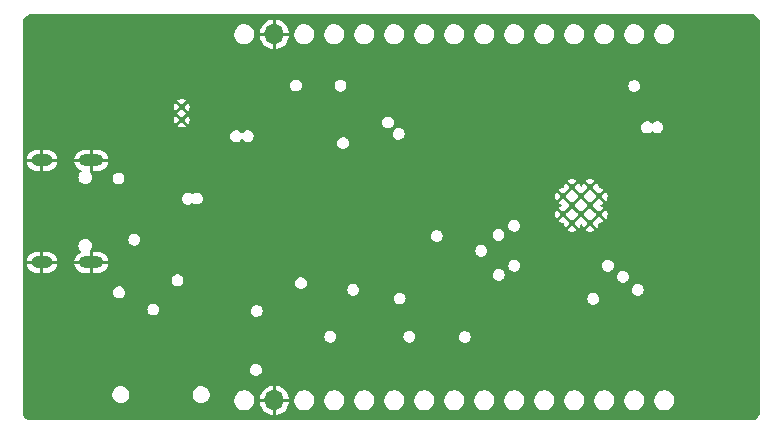
<source format=gbr>
%TF.GenerationSoftware,KiCad,Pcbnew,7.0.5-0*%
%TF.CreationDate,2024-04-27T19:16:13+02:00*%
%TF.ProjectId,esp32-eter,65737033-322d-4657-9465-722e6b696361,rev?*%
%TF.SameCoordinates,Original*%
%TF.FileFunction,Copper,L3,Inr*%
%TF.FilePolarity,Positive*%
%FSLAX46Y46*%
G04 Gerber Fmt 4.6, Leading zero omitted, Abs format (unit mm)*
G04 Created by KiCad (PCBNEW 7.0.5-0) date 2024-04-27 19:16:13*
%MOMM*%
%LPD*%
G01*
G04 APERTURE LIST*
%TA.AperFunction,ComponentPad*%
%ADD10O,1.700000X1.700000*%
%TD*%
%TA.AperFunction,HeatsinkPad*%
%ADD11C,0.600000*%
%TD*%
%TA.AperFunction,ComponentPad*%
%ADD12C,0.500000*%
%TD*%
%TA.AperFunction,ComponentPad*%
%ADD13C,0.700000*%
%TD*%
%TA.AperFunction,ComponentPad*%
%ADD14C,4.400000*%
%TD*%
%TA.AperFunction,ComponentPad*%
%ADD15O,2.100000X1.000000*%
%TD*%
%TA.AperFunction,ComponentPad*%
%ADD16O,1.800000X1.000000*%
%TD*%
%TA.AperFunction,ViaPad*%
%ADD17C,0.700000*%
%TD*%
%TA.AperFunction,ViaPad*%
%ADD18C,0.900000*%
%TD*%
G04 APERTURE END LIST*
D10*
%TO.N,GND*%
%TO.C,J2*%
X88600000Y-83000000D03*
%TD*%
%TO.N,GND*%
%TO.C,J3*%
X88600000Y-52000000D03*
%TD*%
D11*
%TO.N,GND*%
%TO.C,U1*%
X115342500Y-64965000D03*
X113817500Y-64965000D03*
X116105000Y-65727500D03*
X114580000Y-65727500D03*
X113055000Y-65727500D03*
X115342500Y-66490000D03*
X113817500Y-66490000D03*
X116105000Y-67252500D03*
X114580000Y-67252500D03*
X113055000Y-67252500D03*
X115342500Y-68015000D03*
X113817500Y-68015000D03*
%TD*%
D12*
%TO.N,GND*%
%TO.C,U4*%
X80762500Y-59240000D03*
X80762500Y-58140000D03*
%TD*%
D13*
%TO.N,GND*%
%TO.C,H4*%
X125383274Y-81833274D03*
X125866548Y-80666548D03*
X125866548Y-83000000D03*
X127033274Y-80183274D03*
D14*
X127033274Y-81833274D03*
D13*
X127033274Y-83483274D03*
X128200000Y-80666548D03*
X128200000Y-83000000D03*
X128683274Y-81833274D03*
%TD*%
D15*
%TO.N,GND*%
%TO.C,J1*%
X73105000Y-62680000D03*
D16*
X68925000Y-62680000D03*
D15*
X73105000Y-71320000D03*
D16*
X68925000Y-71320000D03*
%TD*%
D13*
%TO.N,GND*%
%TO.C,H2*%
X125430000Y-52750000D03*
X125913274Y-51583274D03*
X125913274Y-53916726D03*
X127080000Y-51100000D03*
D14*
X127080000Y-52750000D03*
D13*
X127080000Y-54400000D03*
X128246726Y-51583274D03*
X128246726Y-53916726D03*
X128730000Y-52750000D03*
%TD*%
%TO.N,GND*%
%TO.C,H3*%
X68516726Y-81750000D03*
X69000000Y-80583274D03*
X69000000Y-82916726D03*
X70166726Y-80100000D03*
D14*
X70166726Y-81750000D03*
D13*
X70166726Y-83400000D03*
X71333452Y-80583274D03*
X71333452Y-82916726D03*
X71816726Y-81750000D03*
%TD*%
%TO.N,GND*%
%TO.C,H1*%
X68683274Y-53333274D03*
X69166548Y-52166548D03*
X69166548Y-54500000D03*
X70333274Y-51683274D03*
D14*
X70333274Y-53333274D03*
D13*
X70333274Y-54983274D03*
X71500000Y-52166548D03*
X71500000Y-54500000D03*
X71983274Y-53333274D03*
%TD*%
D17*
%TO.N,GND*%
X93850000Y-69000000D03*
X102750000Y-61460000D03*
D18*
X94200000Y-57700000D03*
D17*
X121910000Y-77350000D03*
X94750000Y-68050000D03*
X122640000Y-56750000D03*
X82550000Y-61550000D03*
X87560000Y-69750000D03*
D18*
X129000000Y-77000000D03*
D17*
X82950000Y-79000000D03*
X85150000Y-70060000D03*
D18*
X77000000Y-51000000D03*
X79000000Y-51000000D03*
X102300000Y-67700000D03*
D17*
X82150000Y-69800000D03*
X75440000Y-67080000D03*
D18*
X77000000Y-73000000D03*
D17*
X91325000Y-77485000D03*
D18*
X75000000Y-51000000D03*
D17*
X82950000Y-79850000D03*
D18*
X79000000Y-73000000D03*
D17*
X73950000Y-73100000D03*
D18*
X125000000Y-57000000D03*
X100000000Y-58400000D03*
D17*
X92700000Y-73950000D03*
X93900000Y-67150000D03*
X87970000Y-58210000D03*
X84730000Y-72560000D03*
D18*
X129000000Y-79000000D03*
X92250000Y-55000000D03*
D17*
X87900000Y-66900000D03*
D18*
X99000000Y-76000000D03*
X75000000Y-71000000D03*
X113000000Y-81000000D03*
X119000000Y-79000000D03*
X127000000Y-57000000D03*
X76000000Y-59000000D03*
D17*
X88050000Y-80800000D03*
D18*
X80000000Y-53000000D03*
D17*
X84200000Y-56270000D03*
D18*
X83000000Y-75000000D03*
D17*
X94750000Y-66100000D03*
D18*
X74000000Y-53000000D03*
X77000000Y-71000000D03*
D17*
X93170000Y-61300000D03*
X87900000Y-65850000D03*
X82550000Y-60650000D03*
X74000000Y-60800000D03*
D18*
X97000000Y-76000000D03*
X92250000Y-57750000D03*
D17*
X96650000Y-66150000D03*
X86750000Y-64600000D03*
D18*
X83000000Y-77000000D03*
X74000000Y-83000000D03*
X85000000Y-77000000D03*
D17*
X85600000Y-66950000D03*
X123850000Y-54600000D03*
D18*
X97200000Y-58400000D03*
X68000000Y-59000000D03*
X70000000Y-57000000D03*
D17*
X95650000Y-65250000D03*
D18*
X127000000Y-77000000D03*
X102600000Y-58400000D03*
D17*
X83220000Y-56280000D03*
X89200000Y-54250000D03*
X97400000Y-69000000D03*
D18*
X129000000Y-57000000D03*
D17*
X95650000Y-69000000D03*
X83000000Y-68800000D03*
X81150000Y-77550000D03*
D18*
X119000000Y-81000000D03*
X115000000Y-79000000D03*
D17*
X79250000Y-77350000D03*
D18*
X68000000Y-57000000D03*
X70000000Y-73000000D03*
X125000000Y-79000000D03*
D17*
X85600000Y-65800000D03*
D18*
X68000000Y-73000000D03*
X129000000Y-55000000D03*
D17*
X97400000Y-67150000D03*
X82900000Y-78150000D03*
D18*
X68000000Y-79000000D03*
X72000000Y-57000000D03*
X125000000Y-55000000D03*
D17*
X123850000Y-55600000D03*
D18*
X81000000Y-51000000D03*
D17*
X86750000Y-66900000D03*
X82100000Y-77550000D03*
D18*
X93000000Y-79000000D03*
X68000000Y-51000000D03*
D17*
X85530000Y-72560000D03*
D18*
X102300000Y-65500000D03*
D17*
X87900000Y-64600000D03*
X86900000Y-74000000D03*
X89050000Y-80800000D03*
X96550000Y-68000000D03*
D18*
X101750000Y-63000000D03*
X100000000Y-61400000D03*
X106100000Y-68900000D03*
X113000000Y-79000000D03*
D17*
X89800000Y-74450000D03*
X88050000Y-54300000D03*
D18*
X90250000Y-55000000D03*
X91000000Y-79000000D03*
X125000000Y-77000000D03*
D17*
X85600000Y-64600000D03*
D18*
X76000000Y-53000000D03*
X70000000Y-59000000D03*
D17*
X67670000Y-76760000D03*
X93150000Y-72900000D03*
D18*
X73000000Y-51000000D03*
X119400000Y-72300000D03*
D17*
X79250000Y-76550000D03*
D18*
X83000000Y-51000000D03*
D17*
X97350000Y-65250000D03*
D18*
X91000000Y-81000000D03*
D17*
X67670000Y-75810000D03*
X81300000Y-69810000D03*
X93900000Y-65250000D03*
%TD*%
%TA.AperFunction,Conductor*%
%TO.N,GND*%
G36*
X129001806Y-50300678D02*
G01*
X129025514Y-50303013D01*
X129129217Y-50313227D01*
X129143435Y-50316055D01*
X129260717Y-50351631D01*
X129274112Y-50357180D01*
X129382193Y-50414951D01*
X129394254Y-50423010D01*
X129488986Y-50500755D01*
X129499244Y-50511013D01*
X129576989Y-50605745D01*
X129585048Y-50617806D01*
X129642817Y-50725883D01*
X129648369Y-50739286D01*
X129683943Y-50856559D01*
X129686773Y-50870787D01*
X129699321Y-50998193D01*
X129699499Y-51001821D01*
X129699500Y-83952404D01*
X129699500Y-83998178D01*
X129699322Y-84001807D01*
X129686773Y-84129213D01*
X129683943Y-84143440D01*
X129648369Y-84260713D01*
X129642817Y-84274116D01*
X129585048Y-84382193D01*
X129576989Y-84394254D01*
X129499244Y-84488986D01*
X129488986Y-84499244D01*
X129394254Y-84576989D01*
X129382193Y-84585048D01*
X129274116Y-84642817D01*
X129260713Y-84648369D01*
X129143440Y-84683943D01*
X129129213Y-84686773D01*
X129001807Y-84699322D01*
X128998178Y-84699500D01*
X68001822Y-84699500D01*
X67998193Y-84699322D01*
X67870786Y-84686773D01*
X67856559Y-84683943D01*
X67739286Y-84648369D01*
X67725883Y-84642817D01*
X67617806Y-84585048D01*
X67605745Y-84576989D01*
X67511013Y-84499244D01*
X67500755Y-84488986D01*
X67423010Y-84394254D01*
X67414951Y-84382193D01*
X67357182Y-84274116D01*
X67351630Y-84260713D01*
X67316055Y-84143435D01*
X67313227Y-84129217D01*
X67300678Y-84001806D01*
X67300500Y-83998178D01*
X67300500Y-82586270D01*
X74889500Y-82586270D01*
X74930792Y-82753797D01*
X75010976Y-82906574D01*
X75125391Y-83035723D01*
X75267389Y-83133737D01*
X75428717Y-83194921D01*
X75428720Y-83194921D01*
X75428722Y-83194922D01*
X75557015Y-83210499D01*
X75557025Y-83210500D01*
X75642975Y-83210500D01*
X75642984Y-83210499D01*
X75771277Y-83194922D01*
X75771277Y-83194921D01*
X75771283Y-83194921D01*
X75932611Y-83133737D01*
X76074609Y-83035723D01*
X76189024Y-82906574D01*
X76269208Y-82753797D01*
X76310500Y-82586270D01*
X81689500Y-82586270D01*
X81730792Y-82753797D01*
X81810976Y-82906574D01*
X81925391Y-83035723D01*
X82067389Y-83133737D01*
X82228717Y-83194921D01*
X82228720Y-83194921D01*
X82228722Y-83194922D01*
X82357015Y-83210499D01*
X82357025Y-83210500D01*
X82442975Y-83210500D01*
X82442984Y-83210499D01*
X82571277Y-83194922D01*
X82571277Y-83194921D01*
X82571283Y-83194921D01*
X82732611Y-83133737D01*
X82874609Y-83035723D01*
X82947286Y-82953687D01*
X85205739Y-82953687D01*
X85215754Y-83138398D01*
X85215754Y-83138402D01*
X85215755Y-83138407D01*
X85265246Y-83316659D01*
X85351900Y-83480104D01*
X85471663Y-83621100D01*
X85618936Y-83733053D01*
X85618936Y-83733054D01*
X85618938Y-83733055D01*
X85712725Y-83776446D01*
X85786833Y-83810732D01*
X85967503Y-83850500D01*
X85967508Y-83850500D01*
X86106104Y-83850500D01*
X86106113Y-83850500D01*
X86243910Y-83835514D01*
X86419221Y-83776444D01*
X86577736Y-83681070D01*
X86712041Y-83553849D01*
X86815858Y-83400730D01*
X86884331Y-83228875D01*
X86914260Y-83046317D01*
X86904972Y-82874999D01*
X87356160Y-82874999D01*
X87356161Y-82875000D01*
X88115595Y-82875000D01*
X88100000Y-82928111D01*
X88100000Y-83071889D01*
X88115595Y-83125000D01*
X87356161Y-83125000D01*
X87364287Y-83217885D01*
X87364288Y-83217893D01*
X87420895Y-83429153D01*
X87513334Y-83627388D01*
X87638785Y-83806551D01*
X87793448Y-83961214D01*
X87972611Y-84086665D01*
X88170846Y-84179104D01*
X88382106Y-84235711D01*
X88382113Y-84235712D01*
X88475000Y-84243838D01*
X88475000Y-83487169D01*
X88564237Y-83500000D01*
X88635763Y-83500000D01*
X88725000Y-83487169D01*
X88725000Y-84243837D01*
X88817886Y-84235712D01*
X88817893Y-84235711D01*
X89029153Y-84179104D01*
X89227388Y-84086665D01*
X89406551Y-83961214D01*
X89561214Y-83806551D01*
X89686665Y-83627388D01*
X89779104Y-83429153D01*
X89835711Y-83217893D01*
X89835712Y-83217885D01*
X89843839Y-83125000D01*
X89084405Y-83125000D01*
X89100000Y-83071889D01*
X89100000Y-82953687D01*
X90285739Y-82953687D01*
X90295754Y-83138398D01*
X90295754Y-83138402D01*
X90295755Y-83138407D01*
X90345246Y-83316659D01*
X90431900Y-83480104D01*
X90551663Y-83621100D01*
X90698936Y-83733054D01*
X90698938Y-83733055D01*
X90792725Y-83776446D01*
X90866833Y-83810732D01*
X91047503Y-83850500D01*
X91047508Y-83850500D01*
X91186104Y-83850500D01*
X91186113Y-83850500D01*
X91323910Y-83835514D01*
X91499221Y-83776444D01*
X91657736Y-83681070D01*
X91792041Y-83553849D01*
X91895858Y-83400730D01*
X91964331Y-83228875D01*
X91994260Y-83046317D01*
X91989238Y-82953687D01*
X92825739Y-82953687D01*
X92835754Y-83138398D01*
X92835754Y-83138402D01*
X92835755Y-83138407D01*
X92885246Y-83316659D01*
X92971900Y-83480104D01*
X93091663Y-83621100D01*
X93238936Y-83733054D01*
X93238938Y-83733055D01*
X93332725Y-83776446D01*
X93406833Y-83810732D01*
X93587503Y-83850500D01*
X93587508Y-83850500D01*
X93726104Y-83850500D01*
X93726113Y-83850500D01*
X93863910Y-83835514D01*
X94039221Y-83776444D01*
X94197736Y-83681070D01*
X94332041Y-83553849D01*
X94435858Y-83400730D01*
X94504331Y-83228875D01*
X94534260Y-83046317D01*
X94529238Y-82953687D01*
X95365739Y-82953687D01*
X95375754Y-83138398D01*
X95375754Y-83138402D01*
X95375755Y-83138407D01*
X95425246Y-83316659D01*
X95511900Y-83480104D01*
X95631663Y-83621100D01*
X95778936Y-83733054D01*
X95778938Y-83733055D01*
X95872725Y-83776446D01*
X95946833Y-83810732D01*
X96127503Y-83850500D01*
X96127508Y-83850500D01*
X96266104Y-83850500D01*
X96266113Y-83850500D01*
X96403910Y-83835514D01*
X96579221Y-83776444D01*
X96737736Y-83681070D01*
X96872041Y-83553849D01*
X96975858Y-83400730D01*
X97044331Y-83228875D01*
X97074260Y-83046317D01*
X97069238Y-82953687D01*
X97905739Y-82953687D01*
X97915754Y-83138398D01*
X97915754Y-83138402D01*
X97915755Y-83138407D01*
X97965246Y-83316659D01*
X98051900Y-83480104D01*
X98171663Y-83621100D01*
X98318936Y-83733054D01*
X98318938Y-83733055D01*
X98412725Y-83776446D01*
X98486833Y-83810732D01*
X98667503Y-83850500D01*
X98667508Y-83850500D01*
X98806104Y-83850500D01*
X98806113Y-83850500D01*
X98943910Y-83835514D01*
X99119221Y-83776444D01*
X99277736Y-83681070D01*
X99412041Y-83553849D01*
X99515858Y-83400730D01*
X99584331Y-83228875D01*
X99614260Y-83046317D01*
X99609238Y-82953687D01*
X100445739Y-82953687D01*
X100455754Y-83138398D01*
X100455754Y-83138402D01*
X100455755Y-83138407D01*
X100505246Y-83316659D01*
X100591900Y-83480104D01*
X100711663Y-83621100D01*
X100858936Y-83733054D01*
X100858938Y-83733055D01*
X100952725Y-83776446D01*
X101026833Y-83810732D01*
X101207503Y-83850500D01*
X101207508Y-83850500D01*
X101346104Y-83850500D01*
X101346113Y-83850500D01*
X101483910Y-83835514D01*
X101659221Y-83776444D01*
X101817736Y-83681070D01*
X101952041Y-83553849D01*
X102055858Y-83400730D01*
X102124331Y-83228875D01*
X102154260Y-83046317D01*
X102149238Y-82953687D01*
X102985739Y-82953687D01*
X102995754Y-83138398D01*
X102995754Y-83138402D01*
X102995755Y-83138407D01*
X103045246Y-83316659D01*
X103131900Y-83480104D01*
X103251663Y-83621100D01*
X103398936Y-83733054D01*
X103398938Y-83733055D01*
X103492725Y-83776446D01*
X103566833Y-83810732D01*
X103747503Y-83850500D01*
X103747508Y-83850500D01*
X103886104Y-83850500D01*
X103886113Y-83850500D01*
X104023910Y-83835514D01*
X104199221Y-83776444D01*
X104357736Y-83681070D01*
X104492041Y-83553849D01*
X104595858Y-83400730D01*
X104664331Y-83228875D01*
X104694260Y-83046317D01*
X104689238Y-82953687D01*
X105525739Y-82953687D01*
X105535754Y-83138398D01*
X105535754Y-83138402D01*
X105535755Y-83138407D01*
X105585246Y-83316659D01*
X105671900Y-83480104D01*
X105791663Y-83621100D01*
X105938936Y-83733054D01*
X105938938Y-83733055D01*
X106032725Y-83776446D01*
X106106833Y-83810732D01*
X106287503Y-83850500D01*
X106287508Y-83850500D01*
X106426104Y-83850500D01*
X106426113Y-83850500D01*
X106563910Y-83835514D01*
X106739221Y-83776444D01*
X106897736Y-83681070D01*
X107032041Y-83553849D01*
X107135858Y-83400730D01*
X107204331Y-83228875D01*
X107234260Y-83046317D01*
X107229238Y-82953687D01*
X108065739Y-82953687D01*
X108075754Y-83138398D01*
X108075754Y-83138402D01*
X108075755Y-83138407D01*
X108125246Y-83316659D01*
X108211900Y-83480104D01*
X108331663Y-83621100D01*
X108478936Y-83733054D01*
X108478938Y-83733055D01*
X108572725Y-83776446D01*
X108646833Y-83810732D01*
X108827503Y-83850500D01*
X108827508Y-83850500D01*
X108966104Y-83850500D01*
X108966113Y-83850500D01*
X109103910Y-83835514D01*
X109279221Y-83776444D01*
X109437736Y-83681070D01*
X109572041Y-83553849D01*
X109675858Y-83400730D01*
X109744331Y-83228875D01*
X109774260Y-83046317D01*
X109769238Y-82953687D01*
X110605739Y-82953687D01*
X110615754Y-83138398D01*
X110615754Y-83138402D01*
X110615755Y-83138407D01*
X110665246Y-83316659D01*
X110751900Y-83480104D01*
X110871663Y-83621100D01*
X111018936Y-83733054D01*
X111018938Y-83733055D01*
X111112725Y-83776446D01*
X111186833Y-83810732D01*
X111367503Y-83850500D01*
X111367508Y-83850500D01*
X111506104Y-83850500D01*
X111506113Y-83850500D01*
X111643910Y-83835514D01*
X111819221Y-83776444D01*
X111977736Y-83681070D01*
X112112041Y-83553849D01*
X112215858Y-83400730D01*
X112284331Y-83228875D01*
X112314260Y-83046317D01*
X112309238Y-82953687D01*
X113145739Y-82953687D01*
X113155754Y-83138398D01*
X113155754Y-83138402D01*
X113155755Y-83138407D01*
X113205246Y-83316659D01*
X113291900Y-83480104D01*
X113411663Y-83621100D01*
X113558936Y-83733054D01*
X113558938Y-83733055D01*
X113652725Y-83776446D01*
X113726833Y-83810732D01*
X113907503Y-83850500D01*
X113907508Y-83850500D01*
X114046104Y-83850500D01*
X114046113Y-83850500D01*
X114183910Y-83835514D01*
X114359221Y-83776444D01*
X114517736Y-83681070D01*
X114652041Y-83553849D01*
X114755858Y-83400730D01*
X114824331Y-83228875D01*
X114854260Y-83046317D01*
X114849238Y-82953687D01*
X115685739Y-82953687D01*
X115695754Y-83138398D01*
X115695754Y-83138402D01*
X115695755Y-83138407D01*
X115745246Y-83316659D01*
X115831900Y-83480104D01*
X115951663Y-83621100D01*
X116098936Y-83733054D01*
X116098938Y-83733055D01*
X116192725Y-83776446D01*
X116266833Y-83810732D01*
X116447503Y-83850500D01*
X116447508Y-83850500D01*
X116586104Y-83850500D01*
X116586113Y-83850500D01*
X116723910Y-83835514D01*
X116899221Y-83776444D01*
X117057736Y-83681070D01*
X117192041Y-83553849D01*
X117295858Y-83400730D01*
X117364331Y-83228875D01*
X117394260Y-83046317D01*
X117389238Y-82953687D01*
X118225739Y-82953687D01*
X118235754Y-83138398D01*
X118235754Y-83138402D01*
X118235755Y-83138407D01*
X118285246Y-83316659D01*
X118371900Y-83480104D01*
X118491663Y-83621100D01*
X118638936Y-83733054D01*
X118638938Y-83733055D01*
X118732725Y-83776446D01*
X118806833Y-83810732D01*
X118987503Y-83850500D01*
X118987508Y-83850500D01*
X119126104Y-83850500D01*
X119126113Y-83850500D01*
X119263910Y-83835514D01*
X119439221Y-83776444D01*
X119597736Y-83681070D01*
X119732041Y-83553849D01*
X119835858Y-83400730D01*
X119904331Y-83228875D01*
X119934260Y-83046317D01*
X119929238Y-82953687D01*
X120765739Y-82953687D01*
X120775754Y-83138398D01*
X120775754Y-83138402D01*
X120775755Y-83138407D01*
X120825246Y-83316659D01*
X120911900Y-83480104D01*
X121031663Y-83621100D01*
X121178936Y-83733054D01*
X121178938Y-83733055D01*
X121272725Y-83776446D01*
X121346833Y-83810732D01*
X121527503Y-83850500D01*
X121527508Y-83850500D01*
X121666104Y-83850500D01*
X121666113Y-83850500D01*
X121803910Y-83835514D01*
X121979221Y-83776444D01*
X122137736Y-83681070D01*
X122272041Y-83553849D01*
X122375858Y-83400730D01*
X122444331Y-83228875D01*
X122474260Y-83046317D01*
X122464245Y-82861593D01*
X122414754Y-82683341D01*
X122328100Y-82519896D01*
X122208337Y-82378900D01*
X122061064Y-82266946D01*
X122061063Y-82266945D01*
X122061061Y-82266944D01*
X121893177Y-82189272D01*
X121893172Y-82189270D01*
X121893167Y-82189268D01*
X121712497Y-82149500D01*
X121573887Y-82149500D01*
X121573881Y-82149500D01*
X121573873Y-82149501D01*
X121459826Y-82161904D01*
X121436090Y-82164486D01*
X121436087Y-82164486D01*
X121436087Y-82164487D01*
X121260786Y-82223553D01*
X121260779Y-82223556D01*
X121102263Y-82318930D01*
X120967959Y-82446151D01*
X120967958Y-82446152D01*
X120864142Y-82599268D01*
X120795669Y-82771124D01*
X120795668Y-82771125D01*
X120765740Y-82953683D01*
X120765739Y-82953687D01*
X119929238Y-82953687D01*
X119924245Y-82861593D01*
X119874754Y-82683341D01*
X119788100Y-82519896D01*
X119668337Y-82378900D01*
X119521064Y-82266946D01*
X119521063Y-82266945D01*
X119521061Y-82266944D01*
X119353177Y-82189272D01*
X119353172Y-82189270D01*
X119353167Y-82189268D01*
X119172497Y-82149500D01*
X119033887Y-82149500D01*
X119033881Y-82149500D01*
X119033873Y-82149501D01*
X118919826Y-82161904D01*
X118896090Y-82164486D01*
X118896087Y-82164486D01*
X118896087Y-82164487D01*
X118720786Y-82223553D01*
X118720779Y-82223556D01*
X118562263Y-82318930D01*
X118427959Y-82446151D01*
X118427958Y-82446152D01*
X118324142Y-82599268D01*
X118255669Y-82771124D01*
X118255668Y-82771125D01*
X118225740Y-82953683D01*
X118225739Y-82953687D01*
X117389238Y-82953687D01*
X117384245Y-82861593D01*
X117334754Y-82683341D01*
X117248100Y-82519896D01*
X117128337Y-82378900D01*
X116981064Y-82266946D01*
X116981063Y-82266945D01*
X116981061Y-82266944D01*
X116813177Y-82189272D01*
X116813172Y-82189270D01*
X116813167Y-82189268D01*
X116632497Y-82149500D01*
X116493887Y-82149500D01*
X116493881Y-82149500D01*
X116493873Y-82149501D01*
X116379826Y-82161904D01*
X116356090Y-82164486D01*
X116356087Y-82164486D01*
X116356087Y-82164487D01*
X116180786Y-82223553D01*
X116180779Y-82223556D01*
X116022263Y-82318930D01*
X115887959Y-82446151D01*
X115887958Y-82446152D01*
X115784142Y-82599268D01*
X115715669Y-82771124D01*
X115715668Y-82771125D01*
X115685740Y-82953683D01*
X115685739Y-82953687D01*
X114849238Y-82953687D01*
X114844245Y-82861593D01*
X114794754Y-82683341D01*
X114708100Y-82519896D01*
X114588337Y-82378900D01*
X114441064Y-82266946D01*
X114441063Y-82266945D01*
X114441061Y-82266944D01*
X114273177Y-82189272D01*
X114273172Y-82189270D01*
X114273167Y-82189268D01*
X114092497Y-82149500D01*
X113953887Y-82149500D01*
X113953881Y-82149500D01*
X113953873Y-82149501D01*
X113839826Y-82161904D01*
X113816090Y-82164486D01*
X113816087Y-82164486D01*
X113816087Y-82164487D01*
X113640786Y-82223553D01*
X113640779Y-82223556D01*
X113482263Y-82318930D01*
X113347959Y-82446151D01*
X113347958Y-82446152D01*
X113244142Y-82599268D01*
X113175669Y-82771124D01*
X113175668Y-82771125D01*
X113145740Y-82953683D01*
X113145739Y-82953687D01*
X112309238Y-82953687D01*
X112304245Y-82861593D01*
X112254754Y-82683341D01*
X112168100Y-82519896D01*
X112048337Y-82378900D01*
X111901064Y-82266946D01*
X111901063Y-82266945D01*
X111901061Y-82266944D01*
X111733177Y-82189272D01*
X111733172Y-82189270D01*
X111733167Y-82189268D01*
X111552497Y-82149500D01*
X111413887Y-82149500D01*
X111413881Y-82149500D01*
X111413873Y-82149501D01*
X111299826Y-82161904D01*
X111276090Y-82164486D01*
X111276087Y-82164486D01*
X111276087Y-82164487D01*
X111100786Y-82223553D01*
X111100779Y-82223556D01*
X110942263Y-82318930D01*
X110807959Y-82446151D01*
X110807958Y-82446152D01*
X110704142Y-82599268D01*
X110635669Y-82771124D01*
X110635668Y-82771125D01*
X110605740Y-82953683D01*
X110605739Y-82953687D01*
X109769238Y-82953687D01*
X109764245Y-82861593D01*
X109714754Y-82683341D01*
X109628100Y-82519896D01*
X109508337Y-82378900D01*
X109361064Y-82266946D01*
X109361063Y-82266945D01*
X109361061Y-82266944D01*
X109193177Y-82189272D01*
X109193172Y-82189270D01*
X109193167Y-82189268D01*
X109012497Y-82149500D01*
X108873887Y-82149500D01*
X108873881Y-82149500D01*
X108873873Y-82149501D01*
X108759826Y-82161904D01*
X108736090Y-82164486D01*
X108736087Y-82164486D01*
X108736087Y-82164487D01*
X108560786Y-82223553D01*
X108560779Y-82223556D01*
X108402263Y-82318930D01*
X108267959Y-82446151D01*
X108267958Y-82446152D01*
X108164142Y-82599268D01*
X108095669Y-82771124D01*
X108095668Y-82771125D01*
X108065740Y-82953683D01*
X108065739Y-82953687D01*
X107229238Y-82953687D01*
X107224245Y-82861593D01*
X107174754Y-82683341D01*
X107088100Y-82519896D01*
X106968337Y-82378900D01*
X106821064Y-82266946D01*
X106821063Y-82266945D01*
X106821061Y-82266944D01*
X106653177Y-82189272D01*
X106653172Y-82189270D01*
X106653167Y-82189268D01*
X106472497Y-82149500D01*
X106333887Y-82149500D01*
X106333881Y-82149500D01*
X106333873Y-82149501D01*
X106219826Y-82161904D01*
X106196090Y-82164486D01*
X106196087Y-82164486D01*
X106196087Y-82164487D01*
X106020786Y-82223553D01*
X106020779Y-82223556D01*
X105862263Y-82318930D01*
X105727959Y-82446151D01*
X105727958Y-82446152D01*
X105624142Y-82599268D01*
X105555669Y-82771124D01*
X105555668Y-82771125D01*
X105525740Y-82953683D01*
X105525739Y-82953687D01*
X104689238Y-82953687D01*
X104684245Y-82861593D01*
X104634754Y-82683341D01*
X104548100Y-82519896D01*
X104428337Y-82378900D01*
X104281064Y-82266946D01*
X104281063Y-82266945D01*
X104281061Y-82266944D01*
X104113177Y-82189272D01*
X104113172Y-82189270D01*
X104113167Y-82189268D01*
X103932497Y-82149500D01*
X103793887Y-82149500D01*
X103793881Y-82149500D01*
X103793873Y-82149501D01*
X103679826Y-82161904D01*
X103656090Y-82164486D01*
X103656087Y-82164486D01*
X103656087Y-82164487D01*
X103480786Y-82223553D01*
X103480779Y-82223556D01*
X103322263Y-82318930D01*
X103187959Y-82446151D01*
X103187958Y-82446152D01*
X103084142Y-82599268D01*
X103015669Y-82771124D01*
X103015668Y-82771125D01*
X102985740Y-82953683D01*
X102985739Y-82953687D01*
X102149238Y-82953687D01*
X102144245Y-82861593D01*
X102094754Y-82683341D01*
X102008100Y-82519896D01*
X101888337Y-82378900D01*
X101741064Y-82266946D01*
X101741063Y-82266945D01*
X101741061Y-82266944D01*
X101573177Y-82189272D01*
X101573172Y-82189270D01*
X101573167Y-82189268D01*
X101392497Y-82149500D01*
X101253887Y-82149500D01*
X101253881Y-82149500D01*
X101253873Y-82149501D01*
X101139826Y-82161904D01*
X101116090Y-82164486D01*
X101116087Y-82164486D01*
X101116087Y-82164487D01*
X100940786Y-82223553D01*
X100940779Y-82223556D01*
X100782263Y-82318930D01*
X100647959Y-82446151D01*
X100647958Y-82446152D01*
X100544142Y-82599268D01*
X100475669Y-82771124D01*
X100475668Y-82771125D01*
X100445740Y-82953683D01*
X100445739Y-82953687D01*
X99609238Y-82953687D01*
X99604245Y-82861593D01*
X99554754Y-82683341D01*
X99468100Y-82519896D01*
X99348337Y-82378900D01*
X99201064Y-82266946D01*
X99201063Y-82266945D01*
X99201061Y-82266944D01*
X99033177Y-82189272D01*
X99033172Y-82189270D01*
X99033167Y-82189268D01*
X98852497Y-82149500D01*
X98713887Y-82149500D01*
X98713881Y-82149500D01*
X98713873Y-82149501D01*
X98599826Y-82161904D01*
X98576090Y-82164486D01*
X98576087Y-82164486D01*
X98576087Y-82164487D01*
X98400786Y-82223553D01*
X98400779Y-82223556D01*
X98242263Y-82318930D01*
X98107959Y-82446151D01*
X98107958Y-82446152D01*
X98004142Y-82599268D01*
X97935669Y-82771124D01*
X97935668Y-82771125D01*
X97905740Y-82953683D01*
X97905739Y-82953687D01*
X97069238Y-82953687D01*
X97064245Y-82861593D01*
X97014754Y-82683341D01*
X96928100Y-82519896D01*
X96808337Y-82378900D01*
X96661064Y-82266946D01*
X96661063Y-82266945D01*
X96661061Y-82266944D01*
X96493177Y-82189272D01*
X96493172Y-82189270D01*
X96493167Y-82189268D01*
X96312497Y-82149500D01*
X96173887Y-82149500D01*
X96173881Y-82149500D01*
X96173873Y-82149501D01*
X96059826Y-82161904D01*
X96036090Y-82164486D01*
X96036087Y-82164486D01*
X96036087Y-82164487D01*
X95860786Y-82223553D01*
X95860779Y-82223556D01*
X95702263Y-82318930D01*
X95567959Y-82446151D01*
X95567958Y-82446152D01*
X95464142Y-82599268D01*
X95395669Y-82771124D01*
X95395668Y-82771125D01*
X95365740Y-82953683D01*
X95365739Y-82953687D01*
X94529238Y-82953687D01*
X94524245Y-82861593D01*
X94474754Y-82683341D01*
X94388100Y-82519896D01*
X94268337Y-82378900D01*
X94121064Y-82266946D01*
X94121063Y-82266945D01*
X94121061Y-82266944D01*
X93953177Y-82189272D01*
X93953172Y-82189270D01*
X93953167Y-82189268D01*
X93772497Y-82149500D01*
X93633887Y-82149500D01*
X93633881Y-82149500D01*
X93633873Y-82149501D01*
X93519826Y-82161904D01*
X93496090Y-82164486D01*
X93496087Y-82164486D01*
X93496087Y-82164487D01*
X93320786Y-82223553D01*
X93320779Y-82223556D01*
X93162263Y-82318930D01*
X93027959Y-82446151D01*
X93027958Y-82446152D01*
X92924142Y-82599268D01*
X92855669Y-82771124D01*
X92855668Y-82771125D01*
X92825740Y-82953683D01*
X92825739Y-82953687D01*
X91989238Y-82953687D01*
X91984245Y-82861593D01*
X91934754Y-82683341D01*
X91848100Y-82519896D01*
X91728337Y-82378900D01*
X91581064Y-82266946D01*
X91581063Y-82266945D01*
X91581061Y-82266944D01*
X91413177Y-82189272D01*
X91413172Y-82189270D01*
X91413167Y-82189268D01*
X91232497Y-82149500D01*
X91093887Y-82149500D01*
X91093881Y-82149500D01*
X91093873Y-82149501D01*
X90979826Y-82161904D01*
X90956090Y-82164486D01*
X90956087Y-82164486D01*
X90956087Y-82164487D01*
X90780786Y-82223553D01*
X90780779Y-82223556D01*
X90622263Y-82318930D01*
X90487959Y-82446151D01*
X90487958Y-82446152D01*
X90384142Y-82599268D01*
X90315669Y-82771124D01*
X90315668Y-82771125D01*
X90285740Y-82953683D01*
X90285739Y-82953687D01*
X89100000Y-82953687D01*
X89100000Y-82928111D01*
X89084405Y-82875000D01*
X89843839Y-82875000D01*
X89843839Y-82874999D01*
X89835712Y-82782114D01*
X89835711Y-82782106D01*
X89779105Y-82570849D01*
X89779100Y-82570838D01*
X89686665Y-82372612D01*
X89561212Y-82193445D01*
X89406551Y-82038785D01*
X89406552Y-82038785D01*
X89227388Y-81913334D01*
X89029153Y-81820895D01*
X88817893Y-81764288D01*
X88817885Y-81764287D01*
X88725000Y-81756160D01*
X88725000Y-82512830D01*
X88635763Y-82500000D01*
X88564237Y-82500000D01*
X88474999Y-82512830D01*
X88475000Y-81756161D01*
X88474999Y-81756160D01*
X88382114Y-81764287D01*
X88382106Y-81764288D01*
X88170849Y-81820894D01*
X88170838Y-81820899D01*
X87972612Y-81913334D01*
X87793445Y-82038787D01*
X87638787Y-82193445D01*
X87513334Y-82372612D01*
X87420899Y-82570838D01*
X87420894Y-82570849D01*
X87364288Y-82782106D01*
X87364287Y-82782114D01*
X87356160Y-82874999D01*
X86904972Y-82874999D01*
X86904245Y-82861593D01*
X86854754Y-82683341D01*
X86768100Y-82519896D01*
X86648337Y-82378900D01*
X86501064Y-82266946D01*
X86501063Y-82266945D01*
X86501061Y-82266944D01*
X86333177Y-82189272D01*
X86333172Y-82189270D01*
X86333167Y-82189268D01*
X86152497Y-82149500D01*
X86013887Y-82149500D01*
X86013881Y-82149500D01*
X86013873Y-82149501D01*
X85899826Y-82161904D01*
X85876090Y-82164486D01*
X85876087Y-82164486D01*
X85876087Y-82164487D01*
X85700786Y-82223553D01*
X85700779Y-82223556D01*
X85542263Y-82318930D01*
X85407959Y-82446151D01*
X85407958Y-82446152D01*
X85304142Y-82599268D01*
X85235669Y-82771124D01*
X85235668Y-82771125D01*
X85205740Y-82953683D01*
X85205739Y-82953687D01*
X82947286Y-82953687D01*
X82989024Y-82906574D01*
X83069208Y-82753797D01*
X83110500Y-82586270D01*
X83110500Y-82413730D01*
X83069208Y-82246203D01*
X82989024Y-82093426D01*
X82874609Y-81964277D01*
X82800806Y-81913334D01*
X82732610Y-81866262D01*
X82632465Y-81828282D01*
X82571283Y-81805079D01*
X82571281Y-81805078D01*
X82571277Y-81805077D01*
X82442984Y-81789500D01*
X82442975Y-81789500D01*
X82357025Y-81789500D01*
X82357015Y-81789500D01*
X82228722Y-81805077D01*
X82228717Y-81805079D01*
X82067389Y-81866262D01*
X81925391Y-81964276D01*
X81810975Y-82093427D01*
X81742680Y-82223553D01*
X81730792Y-82246203D01*
X81689500Y-82413730D01*
X81689500Y-82586270D01*
X76310500Y-82586270D01*
X76310500Y-82413730D01*
X76269208Y-82246203D01*
X76189024Y-82093426D01*
X76074609Y-81964277D01*
X76000806Y-81913334D01*
X75932610Y-81866262D01*
X75832465Y-81828282D01*
X75771283Y-81805079D01*
X75771281Y-81805078D01*
X75771277Y-81805077D01*
X75642984Y-81789500D01*
X75642975Y-81789500D01*
X75557025Y-81789500D01*
X75557015Y-81789500D01*
X75428722Y-81805077D01*
X75428717Y-81805079D01*
X75267389Y-81866262D01*
X75125391Y-81964276D01*
X75010975Y-82093427D01*
X74942680Y-82223553D01*
X74930792Y-82246203D01*
X74889500Y-82413730D01*
X74889500Y-82586270D01*
X67300500Y-82586270D01*
X67300500Y-80410000D01*
X86534353Y-80410000D01*
X86554834Y-80552454D01*
X86614623Y-80683373D01*
X86708868Y-80792139D01*
X86708869Y-80792140D01*
X86708872Y-80792143D01*
X86829947Y-80869953D01*
X86936403Y-80901211D01*
X86968035Y-80910499D01*
X86968037Y-80910500D01*
X86968039Y-80910500D01*
X87111963Y-80910500D01*
X87111964Y-80910499D01*
X87250053Y-80869953D01*
X87371128Y-80792143D01*
X87465377Y-80683373D01*
X87525165Y-80552457D01*
X87545647Y-80410000D01*
X87525165Y-80267543D01*
X87465377Y-80136627D01*
X87371128Y-80027857D01*
X87314182Y-79991260D01*
X87250054Y-79950047D01*
X87250050Y-79950046D01*
X87111964Y-79909500D01*
X87111961Y-79909500D01*
X86968039Y-79909500D01*
X86968036Y-79909500D01*
X86829949Y-79950046D01*
X86829945Y-79950047D01*
X86708875Y-80027855D01*
X86708868Y-80027860D01*
X86614623Y-80136626D01*
X86554834Y-80267545D01*
X86534353Y-80410000D01*
X67300500Y-80410000D01*
X67300500Y-77599999D01*
X92834353Y-77599999D01*
X92854834Y-77742454D01*
X92854834Y-77742455D01*
X92854835Y-77742457D01*
X92868536Y-77772457D01*
X92914623Y-77873373D01*
X93008868Y-77982139D01*
X93008869Y-77982140D01*
X93008872Y-77982143D01*
X93129947Y-78059953D01*
X93232115Y-78089952D01*
X93268035Y-78100499D01*
X93268037Y-78100500D01*
X93268039Y-78100500D01*
X93411963Y-78100500D01*
X93411964Y-78100499D01*
X93550053Y-78059953D01*
X93671128Y-77982143D01*
X93765377Y-77873373D01*
X93825165Y-77742457D01*
X93845647Y-77600000D01*
X99534353Y-77600000D01*
X99554834Y-77742454D01*
X99554834Y-77742455D01*
X99554835Y-77742457D01*
X99568536Y-77772457D01*
X99614623Y-77873373D01*
X99708868Y-77982139D01*
X99708869Y-77982140D01*
X99708872Y-77982143D01*
X99829947Y-78059953D01*
X99932115Y-78089952D01*
X99968035Y-78100499D01*
X99968037Y-78100500D01*
X99968039Y-78100500D01*
X100111963Y-78100500D01*
X100111964Y-78100499D01*
X100250053Y-78059953D01*
X100371128Y-77982143D01*
X100465377Y-77873373D01*
X100525165Y-77742457D01*
X100541334Y-77630000D01*
X104214353Y-77630000D01*
X104234834Y-77772454D01*
X104294623Y-77903373D01*
X104388868Y-78012139D01*
X104388869Y-78012140D01*
X104388872Y-78012143D01*
X104509947Y-78089953D01*
X104616403Y-78121211D01*
X104648035Y-78130499D01*
X104648037Y-78130500D01*
X104648039Y-78130500D01*
X104791963Y-78130500D01*
X104791964Y-78130499D01*
X104930053Y-78089953D01*
X105051128Y-78012143D01*
X105145377Y-77903373D01*
X105205165Y-77772457D01*
X105225647Y-77630000D01*
X105205165Y-77487543D01*
X105145377Y-77356627D01*
X105051128Y-77247857D01*
X104994182Y-77211260D01*
X104930054Y-77170047D01*
X104930050Y-77170046D01*
X104791964Y-77129500D01*
X104791961Y-77129500D01*
X104648039Y-77129500D01*
X104648036Y-77129500D01*
X104509949Y-77170046D01*
X104509945Y-77170047D01*
X104388875Y-77247855D01*
X104388868Y-77247860D01*
X104294623Y-77356626D01*
X104234834Y-77487545D01*
X104214353Y-77630000D01*
X100541334Y-77630000D01*
X100545647Y-77600000D01*
X100525165Y-77457543D01*
X100465377Y-77326627D01*
X100371128Y-77217857D01*
X100296734Y-77170047D01*
X100250054Y-77140047D01*
X100250050Y-77140046D01*
X100111964Y-77099500D01*
X100111961Y-77099500D01*
X99968039Y-77099500D01*
X99968036Y-77099500D01*
X99829949Y-77140046D01*
X99829945Y-77140047D01*
X99708875Y-77217855D01*
X99708868Y-77217860D01*
X99614623Y-77326626D01*
X99554834Y-77457545D01*
X99534353Y-77600000D01*
X93845647Y-77600000D01*
X93825165Y-77457543D01*
X93765377Y-77326627D01*
X93671128Y-77217857D01*
X93596734Y-77170047D01*
X93550054Y-77140047D01*
X93550050Y-77140046D01*
X93411964Y-77099500D01*
X93411961Y-77099500D01*
X93268039Y-77099500D01*
X93268036Y-77099500D01*
X93129949Y-77140046D01*
X93129945Y-77140047D01*
X93008875Y-77217855D01*
X93008868Y-77217860D01*
X92914623Y-77326626D01*
X92854834Y-77457545D01*
X92834353Y-77599999D01*
X67300500Y-77599999D01*
X67300500Y-75300000D01*
X77844353Y-75300000D01*
X77864834Y-75442454D01*
X77924623Y-75573373D01*
X78018868Y-75682139D01*
X78018869Y-75682140D01*
X78018872Y-75682143D01*
X78139947Y-75759953D01*
X78246403Y-75791211D01*
X78278035Y-75800499D01*
X78278037Y-75800500D01*
X78278039Y-75800500D01*
X78421963Y-75800500D01*
X78421964Y-75800499D01*
X78560053Y-75759953D01*
X78681128Y-75682143D01*
X78775377Y-75573373D01*
X78835165Y-75442457D01*
X78836956Y-75430000D01*
X86594353Y-75430000D01*
X86614834Y-75572454D01*
X86614834Y-75572455D01*
X86614835Y-75572457D01*
X86664928Y-75682144D01*
X86674623Y-75703373D01*
X86768868Y-75812139D01*
X86768869Y-75812140D01*
X86768872Y-75812143D01*
X86889947Y-75889953D01*
X86996403Y-75921211D01*
X87028035Y-75930499D01*
X87028037Y-75930500D01*
X87028039Y-75930500D01*
X87171963Y-75930500D01*
X87171964Y-75930499D01*
X87310053Y-75889953D01*
X87431128Y-75812143D01*
X87525377Y-75703373D01*
X87585165Y-75572457D01*
X87605647Y-75430000D01*
X87585165Y-75287543D01*
X87525377Y-75156627D01*
X87431128Y-75047857D01*
X87374182Y-75011260D01*
X87310054Y-74970047D01*
X87310050Y-74970046D01*
X87171964Y-74929500D01*
X87171961Y-74929500D01*
X87028039Y-74929500D01*
X87028036Y-74929500D01*
X86889949Y-74970046D01*
X86889945Y-74970047D01*
X86768875Y-75047855D01*
X86768868Y-75047860D01*
X86674623Y-75156626D01*
X86614834Y-75287545D01*
X86594353Y-75430000D01*
X78836956Y-75430000D01*
X78855647Y-75300000D01*
X78835165Y-75157543D01*
X78775377Y-75026627D01*
X78681128Y-74917857D01*
X78615218Y-74875499D01*
X78560054Y-74840047D01*
X78560050Y-74840046D01*
X78421964Y-74799500D01*
X78421961Y-74799500D01*
X78278039Y-74799500D01*
X78278036Y-74799500D01*
X78139949Y-74840046D01*
X78139945Y-74840047D01*
X78018875Y-74917855D01*
X78018868Y-74917860D01*
X77924623Y-75026626D01*
X77864834Y-75157545D01*
X77844353Y-75300000D01*
X67300500Y-75300000D01*
X67300500Y-74375000D01*
X98694353Y-74375000D01*
X98714834Y-74517454D01*
X98714834Y-74517455D01*
X98714835Y-74517457D01*
X98774623Y-74648372D01*
X98774623Y-74648373D01*
X98868868Y-74757139D01*
X98868869Y-74757140D01*
X98868872Y-74757143D01*
X98989947Y-74834953D01*
X99096403Y-74866211D01*
X99128035Y-74875499D01*
X99128037Y-74875500D01*
X99128039Y-74875500D01*
X99271963Y-74875500D01*
X99271964Y-74875499D01*
X99410053Y-74834953D01*
X99531128Y-74757143D01*
X99625377Y-74648373D01*
X99685165Y-74517457D01*
X99702053Y-74400000D01*
X115094353Y-74400000D01*
X115114834Y-74542454D01*
X115174623Y-74673373D01*
X115268868Y-74782139D01*
X115268869Y-74782140D01*
X115268872Y-74782143D01*
X115389947Y-74859953D01*
X115496403Y-74891211D01*
X115528035Y-74900499D01*
X115528037Y-74900500D01*
X115528039Y-74900500D01*
X115671963Y-74900500D01*
X115671964Y-74900499D01*
X115810053Y-74859953D01*
X115931128Y-74782143D01*
X116025377Y-74673373D01*
X116085165Y-74542457D01*
X116105647Y-74400000D01*
X116085165Y-74257543D01*
X116025377Y-74126627D01*
X115934842Y-74022143D01*
X115931131Y-74017860D01*
X115931129Y-74017859D01*
X115931128Y-74017857D01*
X115874182Y-73981260D01*
X115810054Y-73940047D01*
X115810050Y-73940046D01*
X115671964Y-73899500D01*
X115671961Y-73899500D01*
X115528039Y-73899500D01*
X115528036Y-73899500D01*
X115389949Y-73940046D01*
X115389945Y-73940047D01*
X115268875Y-74017855D01*
X115268868Y-74017860D01*
X115174623Y-74126626D01*
X115114834Y-74257545D01*
X115094353Y-74400000D01*
X99702053Y-74400000D01*
X99705647Y-74375000D01*
X99685165Y-74232543D01*
X99625377Y-74101627D01*
X99556505Y-74022144D01*
X99531131Y-73992860D01*
X99531129Y-73992859D01*
X99531128Y-73992857D01*
X99448954Y-73940047D01*
X99410054Y-73915047D01*
X99410050Y-73915046D01*
X99271964Y-73874500D01*
X99271961Y-73874500D01*
X99128039Y-73874500D01*
X99128036Y-73874500D01*
X98989949Y-73915046D01*
X98989945Y-73915047D01*
X98868875Y-73992855D01*
X98868868Y-73992860D01*
X98774623Y-74101626D01*
X98714834Y-74232545D01*
X98694353Y-74375000D01*
X67300500Y-74375000D01*
X67300500Y-73850000D01*
X74944353Y-73850000D01*
X74964834Y-73992454D01*
X74964834Y-73992455D01*
X74964835Y-73992457D01*
X75013927Y-74099952D01*
X75024623Y-74123373D01*
X75118868Y-74232139D01*
X75118869Y-74232140D01*
X75118872Y-74232143D01*
X75239947Y-74309953D01*
X75346403Y-74341211D01*
X75378035Y-74350499D01*
X75378037Y-74350500D01*
X75378039Y-74350500D01*
X75521963Y-74350500D01*
X75521964Y-74350499D01*
X75660053Y-74309953D01*
X75781128Y-74232143D01*
X75875377Y-74123373D01*
X75935165Y-73992457D01*
X75955647Y-73850000D01*
X75935165Y-73707543D01*
X75899752Y-73630000D01*
X94784353Y-73630000D01*
X94804834Y-73772454D01*
X94864623Y-73903373D01*
X94958868Y-74012139D01*
X94958869Y-74012140D01*
X94958872Y-74012143D01*
X95079947Y-74089953D01*
X95186403Y-74121211D01*
X95218035Y-74130499D01*
X95218037Y-74130500D01*
X95218039Y-74130500D01*
X95361963Y-74130500D01*
X95361964Y-74130499D01*
X95375151Y-74126627D01*
X95500053Y-74089953D01*
X95621128Y-74012143D01*
X95715377Y-73903373D01*
X95775165Y-73772457D01*
X95794209Y-73640000D01*
X118864353Y-73640000D01*
X118884834Y-73782454D01*
X118944623Y-73913373D01*
X119038868Y-74022139D01*
X119038869Y-74022140D01*
X119038872Y-74022143D01*
X119131474Y-74081654D01*
X119144386Y-74089953D01*
X119159947Y-74099953D01*
X119263978Y-74130499D01*
X119298035Y-74140499D01*
X119298037Y-74140500D01*
X119298039Y-74140500D01*
X119441963Y-74140500D01*
X119441964Y-74140499D01*
X119580053Y-74099953D01*
X119701128Y-74022143D01*
X119795377Y-73913373D01*
X119855165Y-73782457D01*
X119875647Y-73640000D01*
X119855165Y-73497543D01*
X119795377Y-73366627D01*
X119771814Y-73339434D01*
X119701131Y-73257860D01*
X119701129Y-73257859D01*
X119701128Y-73257857D01*
X119614924Y-73202457D01*
X119580054Y-73180047D01*
X119580050Y-73180046D01*
X119441964Y-73139500D01*
X119441961Y-73139500D01*
X119298039Y-73139500D01*
X119298036Y-73139500D01*
X119159949Y-73180046D01*
X119159945Y-73180047D01*
X119038875Y-73257855D01*
X119038868Y-73257860D01*
X118944623Y-73366626D01*
X118884834Y-73497545D01*
X118864353Y-73640000D01*
X95794209Y-73640000D01*
X95795647Y-73630000D01*
X95775165Y-73487543D01*
X95715377Y-73356627D01*
X95640274Y-73269953D01*
X95621131Y-73247860D01*
X95621129Y-73247859D01*
X95621128Y-73247857D01*
X95550484Y-73202457D01*
X95500054Y-73170047D01*
X95500050Y-73170046D01*
X95361964Y-73129500D01*
X95361961Y-73129500D01*
X95218039Y-73129500D01*
X95218036Y-73129500D01*
X95079949Y-73170046D01*
X95079945Y-73170047D01*
X94958875Y-73247855D01*
X94958868Y-73247860D01*
X94864623Y-73356626D01*
X94804834Y-73487545D01*
X94784353Y-73630000D01*
X75899752Y-73630000D01*
X75875377Y-73576627D01*
X75781128Y-73467857D01*
X75724182Y-73431260D01*
X75660054Y-73390047D01*
X75660050Y-73390046D01*
X75521964Y-73349500D01*
X75521961Y-73349500D01*
X75378039Y-73349500D01*
X75378036Y-73349500D01*
X75239949Y-73390046D01*
X75239945Y-73390047D01*
X75118875Y-73467855D01*
X75118868Y-73467860D01*
X75024623Y-73576626D01*
X74964834Y-73707545D01*
X74944353Y-73850000D01*
X67300500Y-73850000D01*
X67300500Y-72810000D01*
X79894353Y-72810000D01*
X79914834Y-72952454D01*
X79914834Y-72952455D01*
X79914835Y-72952457D01*
X79963949Y-73060000D01*
X79974623Y-73083373D01*
X80068868Y-73192139D01*
X80068869Y-73192140D01*
X80068872Y-73192143D01*
X80189947Y-73269953D01*
X80296403Y-73301211D01*
X80328035Y-73310499D01*
X80328037Y-73310500D01*
X80328039Y-73310500D01*
X80471963Y-73310500D01*
X80471964Y-73310499D01*
X80610053Y-73269953D01*
X80731128Y-73192143D01*
X80825377Y-73083373D01*
X80836051Y-73060000D01*
X90344353Y-73060000D01*
X90364834Y-73202454D01*
X90424623Y-73333373D01*
X90518868Y-73442139D01*
X90518869Y-73442140D01*
X90518872Y-73442143D01*
X90639947Y-73519953D01*
X90746403Y-73551211D01*
X90778035Y-73560499D01*
X90778037Y-73560500D01*
X90778039Y-73560500D01*
X90921963Y-73560500D01*
X90921964Y-73560499D01*
X91060053Y-73519953D01*
X91181128Y-73442143D01*
X91275377Y-73333373D01*
X91335165Y-73202457D01*
X91355647Y-73060000D01*
X91335165Y-72917543D01*
X91275377Y-72786627D01*
X91181128Y-72677857D01*
X91124182Y-72641260D01*
X91060054Y-72600047D01*
X91060050Y-72600046D01*
X90921964Y-72559500D01*
X90921961Y-72559500D01*
X90778039Y-72559500D01*
X90778036Y-72559500D01*
X90639949Y-72600046D01*
X90639945Y-72600047D01*
X90518875Y-72677855D01*
X90518868Y-72677860D01*
X90424623Y-72786626D01*
X90364834Y-72917545D01*
X90344353Y-73060000D01*
X80836051Y-73060000D01*
X80885165Y-72952457D01*
X80905647Y-72810000D01*
X80885165Y-72667543D01*
X80825377Y-72536627D01*
X80731128Y-72427857D01*
X80641101Y-72370000D01*
X80641099Y-72369999D01*
X107094353Y-72369999D01*
X107114834Y-72512454D01*
X107114834Y-72512455D01*
X107114835Y-72512457D01*
X107174622Y-72643372D01*
X107174623Y-72643373D01*
X107268868Y-72752139D01*
X107268869Y-72752140D01*
X107268872Y-72752143D01*
X107389947Y-72829953D01*
X107496403Y-72861211D01*
X107528035Y-72870499D01*
X107528037Y-72870500D01*
X107528039Y-72870500D01*
X107671963Y-72870500D01*
X107671964Y-72870499D01*
X107810053Y-72829953D01*
X107931128Y-72752143D01*
X108025377Y-72643373D01*
X108077153Y-72530000D01*
X117614353Y-72530000D01*
X117634834Y-72672454D01*
X117634834Y-72672455D01*
X117634835Y-72672457D01*
X117671225Y-72752139D01*
X117694623Y-72803373D01*
X117788868Y-72912139D01*
X117788869Y-72912140D01*
X117788872Y-72912143D01*
X117909947Y-72989953D01*
X118016403Y-73021211D01*
X118048035Y-73030499D01*
X118048037Y-73030500D01*
X118048039Y-73030500D01*
X118191963Y-73030500D01*
X118191964Y-73030499D01*
X118330053Y-72989953D01*
X118451128Y-72912143D01*
X118545377Y-72803373D01*
X118605165Y-72672457D01*
X118625647Y-72530000D01*
X118605165Y-72387543D01*
X118545377Y-72256627D01*
X118451128Y-72147857D01*
X118394182Y-72111260D01*
X118330054Y-72070047D01*
X118330050Y-72070046D01*
X118191964Y-72029500D01*
X118191961Y-72029500D01*
X118048039Y-72029500D01*
X118048036Y-72029500D01*
X117909949Y-72070046D01*
X117909945Y-72070047D01*
X117788875Y-72147855D01*
X117788868Y-72147860D01*
X117694623Y-72256626D01*
X117634834Y-72387545D01*
X117614353Y-72530000D01*
X108077153Y-72530000D01*
X108085165Y-72512457D01*
X108105647Y-72370000D01*
X108085165Y-72227543D01*
X108025377Y-72096627D01*
X107931128Y-71987857D01*
X107834147Y-71925531D01*
X107810054Y-71910047D01*
X107810050Y-71910046D01*
X107671964Y-71869500D01*
X107671961Y-71869500D01*
X107528039Y-71869500D01*
X107528036Y-71869500D01*
X107389949Y-71910046D01*
X107389945Y-71910047D01*
X107268875Y-71987855D01*
X107268868Y-71987860D01*
X107174623Y-72096626D01*
X107114834Y-72227545D01*
X107094353Y-72369999D01*
X80641099Y-72369999D01*
X80610054Y-72350047D01*
X80610050Y-72350046D01*
X80471964Y-72309500D01*
X80471961Y-72309500D01*
X80328039Y-72309500D01*
X80328036Y-72309500D01*
X80189949Y-72350046D01*
X80189945Y-72350047D01*
X80068875Y-72427855D01*
X80068868Y-72427860D01*
X79974623Y-72536626D01*
X79914834Y-72667545D01*
X79894353Y-72810000D01*
X67300500Y-72810000D01*
X67300500Y-71194999D01*
X67631462Y-71194999D01*
X67631463Y-71195000D01*
X68248658Y-71195000D01*
X68221105Y-71291840D01*
X68231454Y-71403521D01*
X68252108Y-71445000D01*
X67631463Y-71445000D01*
X67664334Y-71599647D01*
X67664335Y-71599648D01*
X67741283Y-71772477D01*
X67741287Y-71772484D01*
X67852483Y-71925531D01*
X67993079Y-72052125D01*
X68156923Y-72146720D01*
X68336844Y-72205180D01*
X68477841Y-72220000D01*
X68800000Y-72220000D01*
X68800000Y-71620000D01*
X69050000Y-71620000D01*
X69050000Y-72220000D01*
X69372159Y-72220000D01*
X69513155Y-72205180D01*
X69693076Y-72146720D01*
X69856920Y-72052125D01*
X69997516Y-71925531D01*
X70108712Y-71772485D01*
X70108718Y-71772474D01*
X70185663Y-71599652D01*
X70185665Y-71599647D01*
X70218537Y-71445000D01*
X69601342Y-71445000D01*
X69628895Y-71348160D01*
X69618546Y-71236479D01*
X69597892Y-71195000D01*
X70218537Y-71195000D01*
X70218537Y-71194999D01*
X71661462Y-71194999D01*
X71661463Y-71195000D01*
X72278658Y-71195000D01*
X72251105Y-71291840D01*
X72261454Y-71403521D01*
X72282108Y-71445000D01*
X71661463Y-71445000D01*
X71694334Y-71599647D01*
X71694335Y-71599648D01*
X71771283Y-71772477D01*
X71771287Y-71772484D01*
X71882483Y-71925531D01*
X72023079Y-72052125D01*
X72186923Y-72146720D01*
X72366844Y-72205180D01*
X72507841Y-72220000D01*
X72980000Y-72220000D01*
X72980000Y-71620000D01*
X73230000Y-71620000D01*
X73230000Y-72220000D01*
X73702159Y-72220000D01*
X73843155Y-72205180D01*
X74023076Y-72146720D01*
X74186920Y-72052125D01*
X74327516Y-71925531D01*
X74438712Y-71772485D01*
X74438718Y-71772474D01*
X74515663Y-71599652D01*
X74515665Y-71599647D01*
X74517716Y-71589999D01*
X108414353Y-71589999D01*
X108434834Y-71732454D01*
X108434834Y-71732455D01*
X108434835Y-71732457D01*
X108494623Y-71863372D01*
X108494623Y-71863373D01*
X108588868Y-71972139D01*
X108588869Y-71972140D01*
X108588872Y-71972143D01*
X108709947Y-72049953D01*
X108778382Y-72070047D01*
X108848035Y-72090499D01*
X108848037Y-72090500D01*
X108848039Y-72090500D01*
X108991963Y-72090500D01*
X108991964Y-72090499D01*
X109130053Y-72049953D01*
X109251128Y-71972143D01*
X109345377Y-71863373D01*
X109405165Y-71732457D01*
X109425647Y-71590000D01*
X109425647Y-71589999D01*
X116334353Y-71589999D01*
X116354834Y-71732454D01*
X116354834Y-71732455D01*
X116354835Y-71732457D01*
X116414623Y-71863372D01*
X116414623Y-71863373D01*
X116508868Y-71972139D01*
X116508869Y-71972140D01*
X116508872Y-71972143D01*
X116629947Y-72049953D01*
X116698382Y-72070047D01*
X116768035Y-72090499D01*
X116768037Y-72090500D01*
X116768039Y-72090500D01*
X116911963Y-72090500D01*
X116911964Y-72090499D01*
X117050053Y-72049953D01*
X117171128Y-71972143D01*
X117265377Y-71863373D01*
X117325165Y-71732457D01*
X117345647Y-71590000D01*
X117325165Y-71447543D01*
X117265377Y-71316627D01*
X117171128Y-71207857D01*
X117114182Y-71171260D01*
X117050054Y-71130047D01*
X117050050Y-71130046D01*
X116911964Y-71089500D01*
X116911961Y-71089500D01*
X116768039Y-71089500D01*
X116768036Y-71089500D01*
X116629949Y-71130046D01*
X116629945Y-71130047D01*
X116508875Y-71207855D01*
X116508868Y-71207860D01*
X116414623Y-71316626D01*
X116354834Y-71447545D01*
X116334353Y-71589999D01*
X109425647Y-71589999D01*
X109405165Y-71447543D01*
X109345377Y-71316627D01*
X109251128Y-71207857D01*
X109194182Y-71171260D01*
X109130054Y-71130047D01*
X109130050Y-71130046D01*
X108991964Y-71089500D01*
X108991961Y-71089500D01*
X108848039Y-71089500D01*
X108848036Y-71089500D01*
X108709949Y-71130046D01*
X108709945Y-71130047D01*
X108588875Y-71207855D01*
X108588868Y-71207860D01*
X108494623Y-71316626D01*
X108434834Y-71447545D01*
X108414353Y-71589999D01*
X74517716Y-71589999D01*
X74548537Y-71445000D01*
X73931342Y-71445000D01*
X73958895Y-71348160D01*
X73948546Y-71236479D01*
X73927892Y-71195000D01*
X74548537Y-71195000D01*
X74548537Y-71194999D01*
X74515665Y-71040352D01*
X74515664Y-71040351D01*
X74438716Y-70867522D01*
X74438712Y-70867515D01*
X74327516Y-70714468D01*
X74186920Y-70587874D01*
X74023076Y-70493279D01*
X73843155Y-70434819D01*
X73702159Y-70420000D01*
X73230000Y-70420000D01*
X73230000Y-71020000D01*
X72980000Y-71020000D01*
X72980000Y-70403352D01*
X72973153Y-70388669D01*
X72986254Y-70339774D01*
X72995610Y-70330000D01*
X105614353Y-70330000D01*
X105634834Y-70472454D01*
X105634834Y-70472455D01*
X105634835Y-70472457D01*
X105644345Y-70493280D01*
X105694623Y-70603373D01*
X105788868Y-70712139D01*
X105788869Y-70712140D01*
X105788872Y-70712143D01*
X105909947Y-70789953D01*
X106016403Y-70821211D01*
X106048035Y-70830499D01*
X106048037Y-70830500D01*
X106048039Y-70830500D01*
X106191963Y-70830500D01*
X106191964Y-70830499D01*
X106330053Y-70789953D01*
X106451128Y-70712143D01*
X106545377Y-70603373D01*
X106605165Y-70472457D01*
X106625647Y-70330000D01*
X106605165Y-70187543D01*
X106545377Y-70056627D01*
X106451128Y-69947857D01*
X106361879Y-69890500D01*
X106330054Y-69870047D01*
X106330050Y-69870046D01*
X106191964Y-69829500D01*
X106191961Y-69829500D01*
X106048039Y-69829500D01*
X106048036Y-69829500D01*
X105909949Y-69870046D01*
X105909945Y-69870047D01*
X105788875Y-69947855D01*
X105788868Y-69947860D01*
X105694623Y-70056626D01*
X105634834Y-70187545D01*
X105614353Y-70330000D01*
X72995610Y-70330000D01*
X73001816Y-70323517D01*
X73022583Y-70307583D01*
X73116433Y-70185276D01*
X73175429Y-70042846D01*
X73195552Y-69890000D01*
X73175429Y-69737154D01*
X73116433Y-69594724D01*
X73022583Y-69472417D01*
X72915176Y-69390000D01*
X76234353Y-69390000D01*
X76254834Y-69532454D01*
X76254834Y-69532455D01*
X76254835Y-69532457D01*
X76276776Y-69580500D01*
X76314623Y-69663373D01*
X76408868Y-69772139D01*
X76408869Y-69772140D01*
X76408872Y-69772143D01*
X76529947Y-69849953D01*
X76598382Y-69870047D01*
X76668035Y-69890499D01*
X76668037Y-69890500D01*
X76668039Y-69890500D01*
X76811963Y-69890500D01*
X76811964Y-69890499D01*
X76950053Y-69849953D01*
X77071128Y-69772143D01*
X77165377Y-69663373D01*
X77225165Y-69532457D01*
X77245647Y-69390000D01*
X77225165Y-69247543D01*
X77165377Y-69116627D01*
X77133640Y-69080000D01*
X101844353Y-69080000D01*
X101864834Y-69222454D01*
X101864834Y-69222455D01*
X101864835Y-69222457D01*
X101878954Y-69253373D01*
X101924623Y-69353373D01*
X102018868Y-69462139D01*
X102018869Y-69462140D01*
X102018872Y-69462143D01*
X102139947Y-69539953D01*
X102246403Y-69571211D01*
X102278035Y-69580499D01*
X102278037Y-69580500D01*
X102278039Y-69580500D01*
X102421963Y-69580500D01*
X102421964Y-69580499D01*
X102560053Y-69539953D01*
X102681128Y-69462143D01*
X102775377Y-69353373D01*
X102835165Y-69222457D01*
X102855647Y-69080000D01*
X102841269Y-68980000D01*
X107074353Y-68980000D01*
X107094834Y-69122454D01*
X107094834Y-69122455D01*
X107094835Y-69122457D01*
X107151961Y-69247545D01*
X107154623Y-69253373D01*
X107248868Y-69362139D01*
X107248869Y-69362140D01*
X107248872Y-69362143D01*
X107369947Y-69439953D01*
X107476403Y-69471211D01*
X107508035Y-69480499D01*
X107508037Y-69480500D01*
X107508039Y-69480500D01*
X107651963Y-69480500D01*
X107651964Y-69480499D01*
X107679489Y-69472417D01*
X107790053Y-69439953D01*
X107911128Y-69362143D01*
X108005377Y-69253373D01*
X108065165Y-69122457D01*
X108085647Y-68980000D01*
X108065165Y-68837543D01*
X108005377Y-68706627D01*
X107911128Y-68597857D01*
X107854182Y-68561260D01*
X107790054Y-68520047D01*
X107790050Y-68520046D01*
X107651964Y-68479500D01*
X107651961Y-68479500D01*
X107508039Y-68479500D01*
X107508036Y-68479500D01*
X107369949Y-68520046D01*
X107369945Y-68520047D01*
X107248875Y-68597855D01*
X107248868Y-68597860D01*
X107154623Y-68706626D01*
X107094834Y-68837545D01*
X107074353Y-68980000D01*
X102841269Y-68980000D01*
X102835165Y-68937543D01*
X102775377Y-68806627D01*
X102751814Y-68779434D01*
X102681131Y-68697860D01*
X102681129Y-68697859D01*
X102681128Y-68697857D01*
X102624182Y-68661260D01*
X102560054Y-68620047D01*
X102560050Y-68620046D01*
X102421964Y-68579500D01*
X102421961Y-68579500D01*
X102278039Y-68579500D01*
X102278036Y-68579500D01*
X102139949Y-68620046D01*
X102139945Y-68620047D01*
X102018875Y-68697855D01*
X102018868Y-68697860D01*
X101924623Y-68806626D01*
X101864834Y-68937545D01*
X101844353Y-69080000D01*
X77133640Y-69080000D01*
X77071128Y-69007857D01*
X77014182Y-68971260D01*
X76950054Y-68930047D01*
X76950050Y-68930046D01*
X76811964Y-68889500D01*
X76811961Y-68889500D01*
X76668039Y-68889500D01*
X76668036Y-68889500D01*
X76529949Y-68930046D01*
X76529945Y-68930047D01*
X76408875Y-69007855D01*
X76408868Y-69007860D01*
X76314623Y-69116626D01*
X76254834Y-69247545D01*
X76234353Y-69390000D01*
X72915176Y-69390000D01*
X72900276Y-69378567D01*
X72900275Y-69378566D01*
X72757845Y-69319570D01*
X72670006Y-69308006D01*
X72643373Y-69304500D01*
X72566627Y-69304500D01*
X72542769Y-69307641D01*
X72452154Y-69319570D01*
X72309724Y-69378566D01*
X72187417Y-69472417D01*
X72093566Y-69594724D01*
X72034570Y-69737154D01*
X72014448Y-69890000D01*
X72034570Y-70042845D01*
X72093566Y-70185275D01*
X72095308Y-70187545D01*
X72187417Y-70307583D01*
X72245699Y-70352304D01*
X72272895Y-70394995D01*
X72266288Y-70445181D01*
X72228967Y-70479378D01*
X72223518Y-70481389D01*
X72186922Y-70493280D01*
X72023079Y-70587874D01*
X71882483Y-70714468D01*
X71771287Y-70867514D01*
X71771281Y-70867525D01*
X71694336Y-71040347D01*
X71694334Y-71040352D01*
X71661462Y-71194999D01*
X70218537Y-71194999D01*
X70185665Y-71040352D01*
X70185664Y-71040351D01*
X70108716Y-70867522D01*
X70108712Y-70867515D01*
X69997516Y-70714468D01*
X69856920Y-70587874D01*
X69693076Y-70493279D01*
X69513155Y-70434819D01*
X69372159Y-70420000D01*
X69050000Y-70420000D01*
X69050000Y-71020000D01*
X68800000Y-71020000D01*
X68800000Y-70420000D01*
X68477841Y-70420000D01*
X68336844Y-70434819D01*
X68156923Y-70493279D01*
X67993079Y-70587874D01*
X67852483Y-70714468D01*
X67741287Y-70867514D01*
X67741281Y-70867525D01*
X67664336Y-71040347D01*
X67664334Y-71040352D01*
X67631462Y-71194999D01*
X67300500Y-71194999D01*
X67300500Y-68210000D01*
X108394353Y-68210000D01*
X108414834Y-68352454D01*
X108474623Y-68483373D01*
X108568868Y-68592139D01*
X108568869Y-68592140D01*
X108568872Y-68592143D01*
X108689947Y-68669953D01*
X108784991Y-68697860D01*
X108828035Y-68710499D01*
X108828037Y-68710500D01*
X108828039Y-68710500D01*
X108971963Y-68710500D01*
X108971964Y-68710499D01*
X108985151Y-68706627D01*
X109110053Y-68669953D01*
X109228361Y-68593921D01*
X113415354Y-68593921D01*
X113416932Y-68595318D01*
X113567450Y-68674316D01*
X113732505Y-68714999D01*
X113732509Y-68715000D01*
X113902491Y-68715000D01*
X113902494Y-68714999D01*
X114067549Y-68674316D01*
X114218070Y-68595317D01*
X114219644Y-68593921D01*
X114940353Y-68593921D01*
X114941932Y-68595318D01*
X115092450Y-68674316D01*
X115257505Y-68714999D01*
X115257509Y-68715000D01*
X115427491Y-68715000D01*
X115427494Y-68714999D01*
X115592549Y-68674316D01*
X115743070Y-68595317D01*
X115744644Y-68593921D01*
X115744644Y-68593920D01*
X115342500Y-68191776D01*
X114940353Y-68593921D01*
X114219644Y-68593921D01*
X113817499Y-68191776D01*
X113415354Y-68593921D01*
X109228361Y-68593921D01*
X109231128Y-68592143D01*
X109325377Y-68483373D01*
X109385165Y-68352457D01*
X109405647Y-68210000D01*
X109385165Y-68067543D01*
X109325377Y-67936627D01*
X109235426Y-67832817D01*
X109234216Y-67831421D01*
X112652854Y-67831421D01*
X112654432Y-67832818D01*
X112804950Y-67911816D01*
X112970005Y-67952499D01*
X112970009Y-67952500D01*
X113039212Y-67952500D01*
X113086778Y-67969813D01*
X113112088Y-68013650D01*
X113112672Y-68017580D01*
X113132847Y-68183746D01*
X113132849Y-68183750D01*
X113193128Y-68342694D01*
X113242092Y-68413630D01*
X113608229Y-68047492D01*
X113717500Y-68047492D01*
X113755697Y-68100065D01*
X113801662Y-68115000D01*
X113833338Y-68115000D01*
X113879303Y-68100065D01*
X113917500Y-68047492D01*
X113917500Y-68014999D01*
X113994276Y-68014999D01*
X114392906Y-68413630D01*
X114441872Y-68342691D01*
X114502150Y-68183750D01*
X114502152Y-68183745D01*
X114506540Y-68147608D01*
X114529459Y-68102475D01*
X114576028Y-68082634D01*
X114624455Y-68097368D01*
X114652081Y-68139784D01*
X114653460Y-68147608D01*
X114657847Y-68183745D01*
X114657849Y-68183750D01*
X114718128Y-68342694D01*
X114767092Y-68413630D01*
X115133231Y-68047492D01*
X115242500Y-68047492D01*
X115280697Y-68100065D01*
X115326662Y-68115000D01*
X115358338Y-68115000D01*
X115404303Y-68100065D01*
X115442500Y-68047492D01*
X115442500Y-68015000D01*
X115519276Y-68015000D01*
X115917906Y-68413630D01*
X115966872Y-68342691D01*
X116027150Y-68183750D01*
X116027152Y-68183746D01*
X116047328Y-68017580D01*
X116070247Y-67972448D01*
X116116816Y-67952607D01*
X116120788Y-67952500D01*
X116189991Y-67952500D01*
X116189994Y-67952499D01*
X116355049Y-67911816D01*
X116505570Y-67832817D01*
X116507144Y-67831421D01*
X116507144Y-67831420D01*
X116105000Y-67429276D01*
X115519276Y-68015000D01*
X115442500Y-68015000D01*
X115442500Y-67982508D01*
X115404303Y-67929935D01*
X115358338Y-67915000D01*
X115326662Y-67915000D01*
X115280697Y-67929935D01*
X115242500Y-67982508D01*
X115242500Y-68047492D01*
X115133231Y-68047492D01*
X115165723Y-68015000D01*
X115165723Y-68014999D01*
X114580000Y-67429276D01*
X113994276Y-68014999D01*
X113917500Y-68014999D01*
X113917500Y-67982508D01*
X113879303Y-67929935D01*
X113833338Y-67915000D01*
X113801662Y-67915000D01*
X113755697Y-67929935D01*
X113717500Y-67982508D01*
X113717500Y-68047492D01*
X113608229Y-68047492D01*
X113640722Y-68014999D01*
X113640723Y-68014999D01*
X113055000Y-67429276D01*
X112652854Y-67831421D01*
X109234216Y-67831421D01*
X109231131Y-67827860D01*
X109231129Y-67827859D01*
X109231128Y-67827857D01*
X109174182Y-67791260D01*
X109110054Y-67750047D01*
X109110050Y-67750046D01*
X108971964Y-67709500D01*
X108971961Y-67709500D01*
X108828039Y-67709500D01*
X108828036Y-67709500D01*
X108689949Y-67750046D01*
X108689945Y-67750047D01*
X108568875Y-67827855D01*
X108568868Y-67827860D01*
X108474623Y-67936626D01*
X108414834Y-68067545D01*
X108394353Y-68210000D01*
X67300500Y-68210000D01*
X67300500Y-67252503D01*
X112349859Y-67252503D01*
X112370347Y-67421246D01*
X112370349Y-67421250D01*
X112430628Y-67580194D01*
X112479592Y-67651130D01*
X112845731Y-67284992D01*
X112955000Y-67284992D01*
X112993197Y-67337565D01*
X113039162Y-67352500D01*
X113070838Y-67352500D01*
X113116803Y-67337565D01*
X113155000Y-67284992D01*
X113155000Y-67252500D01*
X113231776Y-67252500D01*
X113817499Y-67838223D01*
X114252371Y-67403353D01*
X114370731Y-67284992D01*
X114480000Y-67284992D01*
X114518197Y-67337565D01*
X114564162Y-67352500D01*
X114595838Y-67352500D01*
X114641803Y-67337565D01*
X114680000Y-67284992D01*
X114680000Y-67252500D01*
X114756776Y-67252500D01*
X114907629Y-67403353D01*
X115342500Y-67838223D01*
X115777371Y-67403353D01*
X115895730Y-67284992D01*
X116005000Y-67284992D01*
X116043197Y-67337565D01*
X116089162Y-67352500D01*
X116120838Y-67352500D01*
X116166803Y-67337565D01*
X116205000Y-67284992D01*
X116205000Y-67252500D01*
X116281776Y-67252500D01*
X116680406Y-67651130D01*
X116729372Y-67580191D01*
X116789650Y-67421250D01*
X116789652Y-67421246D01*
X116810141Y-67252503D01*
X116810141Y-67252496D01*
X116789652Y-67083753D01*
X116789650Y-67083749D01*
X116729371Y-66924805D01*
X116680406Y-66853868D01*
X116281776Y-67252499D01*
X116281776Y-67252500D01*
X116205000Y-67252500D01*
X116205000Y-67220008D01*
X116166803Y-67167435D01*
X116120838Y-67152500D01*
X116089162Y-67152500D01*
X116043197Y-67167435D01*
X116005000Y-67220008D01*
X116005000Y-67284992D01*
X115895730Y-67284992D01*
X115928222Y-67252500D01*
X115928222Y-67252499D01*
X115777371Y-67101647D01*
X115342500Y-66666776D01*
X114756776Y-67252499D01*
X114756776Y-67252500D01*
X114680000Y-67252500D01*
X114680000Y-67220008D01*
X114641803Y-67167435D01*
X114595838Y-67152500D01*
X114564162Y-67152500D01*
X114518197Y-67167435D01*
X114480000Y-67220008D01*
X114480000Y-67284992D01*
X114370731Y-67284992D01*
X114403223Y-67252500D01*
X114403223Y-67252499D01*
X114252371Y-67101647D01*
X113817499Y-66666776D01*
X113382629Y-67101647D01*
X113231776Y-67252500D01*
X113155000Y-67252500D01*
X113155000Y-67220008D01*
X113116803Y-67167435D01*
X113070838Y-67152500D01*
X113039162Y-67152500D01*
X112993197Y-67167435D01*
X112955000Y-67220008D01*
X112955000Y-67284992D01*
X112845731Y-67284992D01*
X112878223Y-67252500D01*
X112878223Y-67252499D01*
X112479591Y-66853867D01*
X112430628Y-66924804D01*
X112370349Y-67083749D01*
X112370347Y-67083753D01*
X112349859Y-67252496D01*
X112349859Y-67252503D01*
X67300500Y-67252503D01*
X67300500Y-66673577D01*
X112652854Y-66673577D01*
X113055000Y-67075723D01*
X113489871Y-66640853D01*
X113608231Y-66522492D01*
X113717500Y-66522492D01*
X113755697Y-66575065D01*
X113801662Y-66590000D01*
X113833338Y-66590000D01*
X113879303Y-66575065D01*
X113917500Y-66522492D01*
X113917500Y-66490000D01*
X113994276Y-66490000D01*
X114145129Y-66640853D01*
X114580000Y-67075723D01*
X115014871Y-66640853D01*
X115133231Y-66522492D01*
X115242500Y-66522492D01*
X115280697Y-66575065D01*
X115326662Y-66590000D01*
X115358338Y-66590000D01*
X115404303Y-66575065D01*
X115442500Y-66522492D01*
X115442500Y-66489999D01*
X115519275Y-66489999D01*
X116104999Y-67075723D01*
X116507144Y-66673578D01*
X116505566Y-66672180D01*
X116505564Y-66672179D01*
X116355049Y-66593183D01*
X116227926Y-66561850D01*
X116185886Y-66533656D01*
X116171803Y-66485036D01*
X116192267Y-66438738D01*
X116227926Y-66418150D01*
X116355049Y-66386816D01*
X116505570Y-66307817D01*
X116507144Y-66306421D01*
X116507144Y-66306420D01*
X116105000Y-65904276D01*
X115519276Y-66489999D01*
X115519275Y-66489999D01*
X115442500Y-66489999D01*
X115442500Y-66457508D01*
X115404303Y-66404935D01*
X115358338Y-66390000D01*
X115326662Y-66390000D01*
X115280697Y-66404935D01*
X115242500Y-66457508D01*
X115242500Y-66522492D01*
X115133231Y-66522492D01*
X115165723Y-66490000D01*
X115165723Y-66489999D01*
X114580000Y-65904276D01*
X113994276Y-66490000D01*
X113917500Y-66490000D01*
X113917500Y-66457508D01*
X113879303Y-66404935D01*
X113833338Y-66390000D01*
X113801662Y-66390000D01*
X113755697Y-66404935D01*
X113717500Y-66457508D01*
X113717500Y-66522492D01*
X113608231Y-66522492D01*
X113640723Y-66490000D01*
X113640723Y-66489999D01*
X113055000Y-65904276D01*
X112652854Y-66306421D01*
X112654432Y-66307818D01*
X112804950Y-66386816D01*
X112932073Y-66418150D01*
X112974113Y-66446344D01*
X112988196Y-66494964D01*
X112967732Y-66541262D01*
X112932073Y-66561850D01*
X112804950Y-66593183D01*
X112654432Y-66672181D01*
X112652854Y-66673577D01*
X67300500Y-66673577D01*
X67300500Y-65930000D01*
X80784353Y-65930000D01*
X80804834Y-66072454D01*
X80864623Y-66203373D01*
X80958868Y-66312139D01*
X80958869Y-66312140D01*
X80958872Y-66312143D01*
X81033266Y-66359953D01*
X81075065Y-66386816D01*
X81079947Y-66389953D01*
X81175978Y-66418150D01*
X81218035Y-66430499D01*
X81218037Y-66430500D01*
X81218039Y-66430500D01*
X81361963Y-66430500D01*
X81361964Y-66430499D01*
X81500053Y-66389953D01*
X81621128Y-66312143D01*
X81627216Y-66305116D01*
X81671446Y-66280502D01*
X81721151Y-66290078D01*
X81723099Y-66291286D01*
X81829947Y-66359953D01*
X81921435Y-66386816D01*
X81968035Y-66400499D01*
X81968037Y-66400500D01*
X81968039Y-66400500D01*
X82111963Y-66400500D01*
X82111964Y-66400499D01*
X82250053Y-66359953D01*
X82371128Y-66282143D01*
X82465377Y-66173373D01*
X82525165Y-66042457D01*
X82545647Y-65900000D01*
X82525165Y-65757543D01*
X82511446Y-65727503D01*
X112349859Y-65727503D01*
X112370347Y-65896246D01*
X112370349Y-65896250D01*
X112430628Y-66055194D01*
X112479592Y-66126130D01*
X112845731Y-65759992D01*
X112955000Y-65759992D01*
X112993197Y-65812565D01*
X113039162Y-65827500D01*
X113070838Y-65827500D01*
X113116803Y-65812565D01*
X113155000Y-65759992D01*
X113155000Y-65727500D01*
X113231776Y-65727500D01*
X113817499Y-66313223D01*
X114252371Y-65878353D01*
X114370731Y-65759992D01*
X114480000Y-65759992D01*
X114518197Y-65812565D01*
X114564162Y-65827500D01*
X114595838Y-65827500D01*
X114641803Y-65812565D01*
X114680000Y-65759992D01*
X114680000Y-65727500D01*
X114756776Y-65727500D01*
X115342499Y-66313223D01*
X115777371Y-65878353D01*
X115895730Y-65759992D01*
X116005000Y-65759992D01*
X116043197Y-65812565D01*
X116089162Y-65827500D01*
X116120838Y-65827500D01*
X116166803Y-65812565D01*
X116205000Y-65759992D01*
X116205000Y-65727500D01*
X116281776Y-65727500D01*
X116680406Y-66126130D01*
X116729372Y-66055191D01*
X116789650Y-65896250D01*
X116789652Y-65896246D01*
X116810141Y-65727503D01*
X116810141Y-65727496D01*
X116789652Y-65558753D01*
X116789650Y-65558749D01*
X116729371Y-65399805D01*
X116680406Y-65328868D01*
X116281776Y-65727499D01*
X116281776Y-65727500D01*
X116205000Y-65727500D01*
X116205000Y-65695008D01*
X116166803Y-65642435D01*
X116120838Y-65627500D01*
X116089162Y-65627500D01*
X116043197Y-65642435D01*
X116005000Y-65695008D01*
X116005000Y-65759992D01*
X115895730Y-65759992D01*
X115928222Y-65727500D01*
X115928222Y-65727499D01*
X115777371Y-65576647D01*
X115342500Y-65141776D01*
X114756776Y-65727500D01*
X114680000Y-65727500D01*
X114680000Y-65695008D01*
X114641803Y-65642435D01*
X114595838Y-65627500D01*
X114564162Y-65627500D01*
X114518197Y-65642435D01*
X114480000Y-65695008D01*
X114480000Y-65759992D01*
X114370731Y-65759992D01*
X114403223Y-65727500D01*
X114403223Y-65727499D01*
X114252371Y-65576647D01*
X113817499Y-65141776D01*
X113382629Y-65576647D01*
X113231776Y-65727499D01*
X113231776Y-65727500D01*
X113155000Y-65727500D01*
X113155000Y-65695008D01*
X113116803Y-65642435D01*
X113070838Y-65627500D01*
X113039162Y-65627500D01*
X112993197Y-65642435D01*
X112955000Y-65695008D01*
X112955000Y-65759992D01*
X112845731Y-65759992D01*
X112878223Y-65727500D01*
X112878223Y-65727499D01*
X112479591Y-65328867D01*
X112430628Y-65399804D01*
X112370349Y-65558749D01*
X112370347Y-65558753D01*
X112349859Y-65727496D01*
X112349859Y-65727503D01*
X82511446Y-65727503D01*
X82465377Y-65626627D01*
X82427997Y-65583488D01*
X82371131Y-65517860D01*
X82371129Y-65517859D01*
X82371128Y-65517857D01*
X82296734Y-65470047D01*
X82250054Y-65440047D01*
X82250050Y-65440046D01*
X82111964Y-65399500D01*
X82111961Y-65399500D01*
X81968039Y-65399500D01*
X81968036Y-65399500D01*
X81829949Y-65440046D01*
X81829945Y-65440047D01*
X81708871Y-65517857D01*
X81708870Y-65517858D01*
X81702779Y-65524888D01*
X81658545Y-65549498D01*
X81608841Y-65539917D01*
X81606848Y-65538680D01*
X81500054Y-65470047D01*
X81500050Y-65470046D01*
X81361964Y-65429500D01*
X81361961Y-65429500D01*
X81218039Y-65429500D01*
X81218036Y-65429500D01*
X81079949Y-65470046D01*
X81079945Y-65470047D01*
X80958875Y-65547855D01*
X80958868Y-65547860D01*
X80864623Y-65656626D01*
X80804834Y-65787545D01*
X80784353Y-65930000D01*
X67300500Y-65930000D01*
X67300500Y-65148577D01*
X112652854Y-65148577D01*
X113055000Y-65550723D01*
X113489871Y-65115853D01*
X113608230Y-64997492D01*
X113717500Y-64997492D01*
X113755697Y-65050065D01*
X113801662Y-65065000D01*
X113833338Y-65065000D01*
X113879303Y-65050065D01*
X113917500Y-64997492D01*
X113917500Y-64964999D01*
X113994276Y-64964999D01*
X114145129Y-65115853D01*
X114580000Y-65550723D01*
X115014871Y-65115853D01*
X115133230Y-64997492D01*
X115242500Y-64997492D01*
X115280697Y-65050065D01*
X115326662Y-65065000D01*
X115358338Y-65065000D01*
X115404303Y-65050065D01*
X115442500Y-64997492D01*
X115442500Y-64964999D01*
X115519275Y-64964999D01*
X116104999Y-65550723D01*
X116507144Y-65148578D01*
X116505566Y-65147180D01*
X116505564Y-65147179D01*
X116355049Y-65068183D01*
X116189994Y-65027500D01*
X116120788Y-65027500D01*
X116073222Y-65010187D01*
X116047912Y-64966350D01*
X116047328Y-64962420D01*
X116027152Y-64796253D01*
X116027150Y-64796249D01*
X115966871Y-64637305D01*
X115917906Y-64566368D01*
X115519276Y-64964999D01*
X115519275Y-64964999D01*
X115442500Y-64964999D01*
X115442500Y-64932508D01*
X115404303Y-64879935D01*
X115358338Y-64865000D01*
X115326662Y-64865000D01*
X115280697Y-64879935D01*
X115242500Y-64932508D01*
X115242500Y-64997492D01*
X115133230Y-64997492D01*
X115165723Y-64964999D01*
X115165723Y-64964998D01*
X114767091Y-64566367D01*
X114718128Y-64637304D01*
X114657849Y-64796249D01*
X114657847Y-64796253D01*
X114653460Y-64832392D01*
X114630541Y-64877524D01*
X114583972Y-64897365D01*
X114535545Y-64882631D01*
X114507919Y-64840215D01*
X114506540Y-64832392D01*
X114502152Y-64796253D01*
X114502150Y-64796249D01*
X114441871Y-64637305D01*
X114392906Y-64566368D01*
X113994276Y-64964998D01*
X113994276Y-64964999D01*
X113917500Y-64964999D01*
X113917500Y-64932508D01*
X113879303Y-64879935D01*
X113833338Y-64865000D01*
X113801662Y-64865000D01*
X113755697Y-64879935D01*
X113717500Y-64932508D01*
X113717500Y-64997492D01*
X113608230Y-64997492D01*
X113640723Y-64964999D01*
X113242091Y-64566367D01*
X113193128Y-64637304D01*
X113132849Y-64796249D01*
X113132847Y-64796253D01*
X113112672Y-64962420D01*
X113089753Y-65007552D01*
X113043184Y-65027393D01*
X113039212Y-65027500D01*
X112970005Y-65027500D01*
X112804950Y-65068183D01*
X112654432Y-65147181D01*
X112652854Y-65148577D01*
X67300500Y-65148577D01*
X67300500Y-62554999D01*
X67631462Y-62554999D01*
X67631463Y-62555000D01*
X68248658Y-62555000D01*
X68221105Y-62651840D01*
X68231454Y-62763521D01*
X68252108Y-62805000D01*
X67631463Y-62805000D01*
X67664334Y-62959647D01*
X67664335Y-62959648D01*
X67741283Y-63132477D01*
X67741287Y-63132484D01*
X67852483Y-63285531D01*
X67993079Y-63412125D01*
X68156923Y-63506720D01*
X68336844Y-63565180D01*
X68477841Y-63580000D01*
X68800000Y-63580000D01*
X68800000Y-62980000D01*
X69050000Y-62980000D01*
X69050000Y-63580000D01*
X69372159Y-63580000D01*
X69513155Y-63565180D01*
X69693076Y-63506720D01*
X69856920Y-63412125D01*
X69997516Y-63285531D01*
X70108712Y-63132485D01*
X70108718Y-63132474D01*
X70185663Y-62959652D01*
X70185665Y-62959647D01*
X70218537Y-62805000D01*
X69601342Y-62805000D01*
X69628895Y-62708160D01*
X69618546Y-62596479D01*
X69597892Y-62555000D01*
X70218537Y-62555000D01*
X70218537Y-62554999D01*
X71661462Y-62554999D01*
X71661463Y-62555000D01*
X72278658Y-62555000D01*
X72251105Y-62651840D01*
X72261454Y-62763521D01*
X72282108Y-62805000D01*
X71661463Y-62805000D01*
X71694334Y-62959647D01*
X71694335Y-62959648D01*
X71771283Y-63132477D01*
X71771287Y-63132484D01*
X71882483Y-63285531D01*
X72023079Y-63412125D01*
X72186924Y-63506720D01*
X72223516Y-63518610D01*
X72263405Y-63549774D01*
X72273929Y-63599287D01*
X72250165Y-63643981D01*
X72245698Y-63647695D01*
X72187421Y-63692413D01*
X72187418Y-63692416D01*
X72093566Y-63814724D01*
X72034570Y-63957154D01*
X72014448Y-64110000D01*
X72034570Y-64262845D01*
X72093566Y-64405275D01*
X72093567Y-64405276D01*
X72187417Y-64527583D01*
X72309724Y-64621433D01*
X72452154Y-64680429D01*
X72566627Y-64695500D01*
X72566629Y-64695500D01*
X72643371Y-64695500D01*
X72643373Y-64695500D01*
X72757846Y-64680429D01*
X72900276Y-64621433D01*
X73022583Y-64527583D01*
X73116433Y-64405276D01*
X73175429Y-64262846D01*
X73183045Y-64205000D01*
X74899353Y-64205000D01*
X74919834Y-64347454D01*
X74919834Y-64347455D01*
X74919835Y-64347457D01*
X74979623Y-64478372D01*
X74979623Y-64478373D01*
X75073868Y-64587139D01*
X75073869Y-64587140D01*
X75073872Y-64587143D01*
X75194947Y-64664953D01*
X75298982Y-64695500D01*
X75333035Y-64705499D01*
X75333037Y-64705500D01*
X75333039Y-64705500D01*
X75476963Y-64705500D01*
X75476964Y-64705499D01*
X75615053Y-64664953D01*
X75736128Y-64587143D01*
X75830377Y-64478373D01*
X75872528Y-64386077D01*
X113415353Y-64386077D01*
X113817499Y-64788223D01*
X114219644Y-64386078D01*
X114219643Y-64386077D01*
X114940354Y-64386077D01*
X115342500Y-64788223D01*
X115744644Y-64386078D01*
X115743066Y-64384680D01*
X115743064Y-64384679D01*
X115592549Y-64305683D01*
X115427494Y-64265000D01*
X115257505Y-64265000D01*
X115092450Y-64305683D01*
X114941932Y-64384681D01*
X114940354Y-64386077D01*
X114219643Y-64386077D01*
X114218066Y-64384680D01*
X114218064Y-64384679D01*
X114067549Y-64305683D01*
X113902494Y-64265000D01*
X113732505Y-64265000D01*
X113567450Y-64305683D01*
X113416932Y-64384681D01*
X113415354Y-64386077D01*
X113415353Y-64386077D01*
X75872528Y-64386077D01*
X75890165Y-64347457D01*
X75910647Y-64205000D01*
X75890165Y-64062543D01*
X75830377Y-63931627D01*
X75736128Y-63822857D01*
X75679182Y-63786260D01*
X75615054Y-63745047D01*
X75615050Y-63745046D01*
X75476964Y-63704500D01*
X75476961Y-63704500D01*
X75333039Y-63704500D01*
X75333036Y-63704500D01*
X75194949Y-63745046D01*
X75194945Y-63745047D01*
X75073875Y-63822855D01*
X75073868Y-63822860D01*
X74979623Y-63931626D01*
X74919834Y-64062545D01*
X74899353Y-64205000D01*
X73183045Y-64205000D01*
X73195552Y-64110000D01*
X73175429Y-63957154D01*
X73116433Y-63814724D01*
X73022583Y-63692417D01*
X73001820Y-63676485D01*
X72974625Y-63633797D01*
X72980000Y-63592969D01*
X72980000Y-62980000D01*
X73230000Y-62980000D01*
X73230000Y-63580000D01*
X73702159Y-63580000D01*
X73843155Y-63565180D01*
X74023076Y-63506720D01*
X74186920Y-63412125D01*
X74327516Y-63285531D01*
X74438712Y-63132485D01*
X74438718Y-63132474D01*
X74515663Y-62959652D01*
X74515665Y-62959647D01*
X74548537Y-62805000D01*
X73931342Y-62805000D01*
X73958895Y-62708160D01*
X73948546Y-62596479D01*
X73927892Y-62555000D01*
X74548537Y-62555000D01*
X74548537Y-62554999D01*
X74515665Y-62400352D01*
X74515664Y-62400351D01*
X74438716Y-62227522D01*
X74438712Y-62227515D01*
X74327516Y-62074468D01*
X74186920Y-61947874D01*
X74023076Y-61853279D01*
X73843155Y-61794819D01*
X73702159Y-61780000D01*
X73230000Y-61780000D01*
X73230000Y-62380000D01*
X72980000Y-62380000D01*
X72980000Y-61780000D01*
X72507841Y-61780000D01*
X72366844Y-61794819D01*
X72186923Y-61853279D01*
X72023079Y-61947874D01*
X71882483Y-62074468D01*
X71771287Y-62227514D01*
X71771281Y-62227525D01*
X71694336Y-62400347D01*
X71694334Y-62400352D01*
X71661462Y-62554999D01*
X70218537Y-62554999D01*
X70185665Y-62400352D01*
X70185664Y-62400351D01*
X70108716Y-62227522D01*
X70108712Y-62227515D01*
X69997516Y-62074468D01*
X69856920Y-61947874D01*
X69693076Y-61853279D01*
X69513155Y-61794819D01*
X69372159Y-61780000D01*
X69050000Y-61780000D01*
X69050000Y-62380000D01*
X68800000Y-62380000D01*
X68800000Y-61780000D01*
X68477841Y-61780000D01*
X68336844Y-61794819D01*
X68156923Y-61853279D01*
X67993079Y-61947874D01*
X67852483Y-62074468D01*
X67741287Y-62227514D01*
X67741281Y-62227525D01*
X67664336Y-62400347D01*
X67664334Y-62400352D01*
X67631462Y-62554999D01*
X67300500Y-62554999D01*
X67300500Y-61210000D01*
X93924353Y-61210000D01*
X93944834Y-61352454D01*
X94004623Y-61483373D01*
X94098868Y-61592139D01*
X94098869Y-61592140D01*
X94098872Y-61592143D01*
X94219947Y-61669953D01*
X94326403Y-61701211D01*
X94358035Y-61710499D01*
X94358037Y-61710500D01*
X94358039Y-61710500D01*
X94501963Y-61710500D01*
X94501964Y-61710499D01*
X94640053Y-61669953D01*
X94761128Y-61592143D01*
X94855377Y-61483373D01*
X94915165Y-61352457D01*
X94935647Y-61210000D01*
X94915165Y-61067543D01*
X94855377Y-60936627D01*
X94817899Y-60893375D01*
X94761131Y-60827860D01*
X94761129Y-60827859D01*
X94761128Y-60827857D01*
X94704182Y-60791260D01*
X94640054Y-60750047D01*
X94640050Y-60750046D01*
X94501964Y-60709500D01*
X94501961Y-60709500D01*
X94358039Y-60709500D01*
X94358036Y-60709500D01*
X94219949Y-60750046D01*
X94219945Y-60750047D01*
X94098875Y-60827855D01*
X94098868Y-60827860D01*
X94004623Y-60936626D01*
X93944834Y-61067545D01*
X93924353Y-61210000D01*
X67300500Y-61210000D01*
X67300500Y-60620000D01*
X84864353Y-60620000D01*
X84884834Y-60762454D01*
X84884834Y-60762455D01*
X84884835Y-60762457D01*
X84930037Y-60861435D01*
X84944623Y-60893373D01*
X85038868Y-61002139D01*
X85038869Y-61002140D01*
X85038872Y-61002143D01*
X85131474Y-61061654D01*
X85140636Y-61067543D01*
X85159947Y-61079953D01*
X85266403Y-61111211D01*
X85298035Y-61120499D01*
X85298037Y-61120500D01*
X85298039Y-61120500D01*
X85441963Y-61120500D01*
X85441964Y-61120499D01*
X85580053Y-61079953D01*
X85701128Y-61002143D01*
X85795377Y-60893373D01*
X85795378Y-60893369D01*
X85797745Y-60889687D01*
X85838025Y-60859029D01*
X85888586Y-60861435D01*
X85922255Y-60889687D01*
X85924624Y-60893375D01*
X86018868Y-61002139D01*
X86018869Y-61002140D01*
X86018872Y-61002143D01*
X86111474Y-61061654D01*
X86120636Y-61067543D01*
X86139947Y-61079953D01*
X86246403Y-61111211D01*
X86278035Y-61120499D01*
X86278037Y-61120500D01*
X86278039Y-61120500D01*
X86421963Y-61120500D01*
X86421964Y-61120499D01*
X86560053Y-61079953D01*
X86681128Y-61002143D01*
X86775377Y-60893373D01*
X86835165Y-60762457D01*
X86855647Y-60620000D01*
X86835165Y-60477543D01*
X86813453Y-60430000D01*
X98614353Y-60430000D01*
X98634834Y-60572454D01*
X98634834Y-60572455D01*
X98634835Y-60572457D01*
X98694623Y-60703372D01*
X98694623Y-60703373D01*
X98788868Y-60812139D01*
X98788869Y-60812140D01*
X98788872Y-60812143D01*
X98909947Y-60889953D01*
X99016403Y-60921211D01*
X99048035Y-60930499D01*
X99048037Y-60930500D01*
X99048039Y-60930500D01*
X99191963Y-60930500D01*
X99191964Y-60930499D01*
X99330053Y-60889953D01*
X99451128Y-60812143D01*
X99545377Y-60703373D01*
X99605165Y-60572457D01*
X99625647Y-60430000D01*
X99605165Y-60287543D01*
X99545377Y-60156627D01*
X99451128Y-60047857D01*
X99394182Y-60011260D01*
X99330054Y-59970047D01*
X99330050Y-59970046D01*
X99191964Y-59929500D01*
X99191961Y-59929500D01*
X99048039Y-59929500D01*
X99048036Y-59929500D01*
X98909949Y-59970046D01*
X98909945Y-59970047D01*
X98788875Y-60047855D01*
X98788868Y-60047860D01*
X98694623Y-60156626D01*
X98634834Y-60287545D01*
X98614353Y-60430000D01*
X86813453Y-60430000D01*
X86775377Y-60346627D01*
X86702172Y-60262143D01*
X86681131Y-60237860D01*
X86681129Y-60237859D01*
X86681128Y-60237857D01*
X86613677Y-60194509D01*
X86560054Y-60160047D01*
X86560050Y-60160046D01*
X86421964Y-60119500D01*
X86421961Y-60119500D01*
X86278039Y-60119500D01*
X86278036Y-60119500D01*
X86139949Y-60160046D01*
X86139945Y-60160047D01*
X86018875Y-60237855D01*
X86018868Y-60237860D01*
X85924621Y-60346628D01*
X85922252Y-60350316D01*
X85881972Y-60380971D01*
X85831410Y-60378562D01*
X85797748Y-60350316D01*
X85795378Y-60346628D01*
X85701131Y-60237860D01*
X85701129Y-60237859D01*
X85701128Y-60237857D01*
X85633677Y-60194509D01*
X85580054Y-60160047D01*
X85580050Y-60160046D01*
X85441964Y-60119500D01*
X85441961Y-60119500D01*
X85298039Y-60119500D01*
X85298036Y-60119500D01*
X85159949Y-60160046D01*
X85159945Y-60160047D01*
X85038875Y-60237855D01*
X85038868Y-60237860D01*
X84944623Y-60346626D01*
X84884834Y-60477545D01*
X84864353Y-60620000D01*
X67300500Y-60620000D01*
X67300500Y-59782262D01*
X80397014Y-59782262D01*
X80530312Y-59852222D01*
X80683576Y-59889999D01*
X80683580Y-59890000D01*
X80841420Y-59890000D01*
X80841423Y-59889999D01*
X80994687Y-59852222D01*
X81127984Y-59782262D01*
X80762500Y-59416777D01*
X80397014Y-59782262D01*
X67300500Y-59782262D01*
X67300500Y-59240003D01*
X80107726Y-59240003D01*
X80126752Y-59396697D01*
X80182725Y-59544288D01*
X80223034Y-59602686D01*
X80553229Y-59272492D01*
X80662500Y-59272492D01*
X80700697Y-59325065D01*
X80746662Y-59340000D01*
X80778338Y-59340000D01*
X80824303Y-59325065D01*
X80862500Y-59272492D01*
X80862500Y-59239999D01*
X80939276Y-59239999D01*
X81301963Y-59602686D01*
X81342275Y-59544285D01*
X81370447Y-59470000D01*
X97724353Y-59470000D01*
X97744834Y-59612454D01*
X97744834Y-59612455D01*
X97744835Y-59612457D01*
X97801961Y-59737545D01*
X97804623Y-59743373D01*
X97898868Y-59852139D01*
X97898869Y-59852140D01*
X97898872Y-59852143D01*
X98019947Y-59929953D01*
X98126403Y-59961211D01*
X98158035Y-59970499D01*
X98158037Y-59970500D01*
X98158039Y-59970500D01*
X98301963Y-59970500D01*
X98301964Y-59970499D01*
X98440053Y-59929953D01*
X98517782Y-59880000D01*
X119664353Y-59880000D01*
X119684834Y-60022454D01*
X119684834Y-60022455D01*
X119684835Y-60022457D01*
X119729154Y-60119500D01*
X119744623Y-60153373D01*
X119838868Y-60262139D01*
X119838869Y-60262140D01*
X119838872Y-60262143D01*
X119931474Y-60321654D01*
X119944386Y-60329953D01*
X119959947Y-60339953D01*
X120063978Y-60370499D01*
X120098035Y-60380499D01*
X120098037Y-60380500D01*
X120098039Y-60380500D01*
X120241963Y-60380500D01*
X120241964Y-60380499D01*
X120248561Y-60378562D01*
X120380053Y-60339953D01*
X120501128Y-60262143D01*
X120538407Y-60219118D01*
X120582638Y-60194509D01*
X120632343Y-60204087D01*
X120650258Y-60219120D01*
X120678868Y-60252139D01*
X120678869Y-60252140D01*
X120678872Y-60252143D01*
X120799947Y-60329953D01*
X120906403Y-60361211D01*
X120938035Y-60370499D01*
X120938037Y-60370500D01*
X120938039Y-60370500D01*
X121081963Y-60370500D01*
X121081964Y-60370499D01*
X121220053Y-60329953D01*
X121341128Y-60252143D01*
X121435377Y-60143373D01*
X121495165Y-60012457D01*
X121515647Y-59870000D01*
X121495165Y-59727543D01*
X121435377Y-59596627D01*
X121390023Y-59544285D01*
X121341131Y-59487860D01*
X121341129Y-59487859D01*
X121341128Y-59487857D01*
X121284182Y-59451260D01*
X121220054Y-59410047D01*
X121220050Y-59410046D01*
X121081964Y-59369500D01*
X121081961Y-59369500D01*
X120938039Y-59369500D01*
X120938036Y-59369500D01*
X120799949Y-59410046D01*
X120799945Y-59410047D01*
X120678873Y-59487856D01*
X120678872Y-59487856D01*
X120678872Y-59487857D01*
X120665993Y-59502719D01*
X120641592Y-59530880D01*
X120597358Y-59555490D01*
X120547654Y-59545909D01*
X120529742Y-59530879D01*
X120501132Y-59497861D01*
X120501130Y-59497859D01*
X120501128Y-59497857D01*
X120444182Y-59461260D01*
X120380054Y-59420047D01*
X120380050Y-59420046D01*
X120241964Y-59379500D01*
X120241961Y-59379500D01*
X120098039Y-59379500D01*
X120098036Y-59379500D01*
X119959949Y-59420046D01*
X119959945Y-59420047D01*
X119838875Y-59497855D01*
X119838868Y-59497860D01*
X119744623Y-59606626D01*
X119684834Y-59737545D01*
X119664353Y-59880000D01*
X98517782Y-59880000D01*
X98561128Y-59852143D01*
X98655377Y-59743373D01*
X98715165Y-59612457D01*
X98735647Y-59470000D01*
X98715165Y-59327543D01*
X98655377Y-59196627D01*
X98561128Y-59087857D01*
X98504182Y-59051260D01*
X98440054Y-59010047D01*
X98440050Y-59010046D01*
X98301964Y-58969500D01*
X98301961Y-58969500D01*
X98158039Y-58969500D01*
X98158036Y-58969500D01*
X98019949Y-59010046D01*
X98019945Y-59010047D01*
X97898875Y-59087855D01*
X97898868Y-59087860D01*
X97804623Y-59196626D01*
X97744834Y-59327545D01*
X97724353Y-59470000D01*
X81370447Y-59470000D01*
X81398247Y-59396697D01*
X81417274Y-59240003D01*
X81417274Y-59239996D01*
X81398247Y-59083302D01*
X81342274Y-58935711D01*
X81301963Y-58877311D01*
X80939276Y-59239999D01*
X80862500Y-59239999D01*
X80862500Y-59207508D01*
X80824303Y-59154935D01*
X80778338Y-59140000D01*
X80746662Y-59140000D01*
X80700697Y-59154935D01*
X80662500Y-59207508D01*
X80662500Y-59272492D01*
X80553229Y-59272492D01*
X80585722Y-59239999D01*
X80223034Y-58877311D01*
X80182725Y-58935710D01*
X80126752Y-59083302D01*
X80107726Y-59239996D01*
X80107726Y-59240003D01*
X67300500Y-59240003D01*
X67300500Y-58697220D01*
X80396497Y-58697220D01*
X80762499Y-59063222D01*
X81128501Y-58697220D01*
X81128501Y-58682778D01*
X80762500Y-58316777D01*
X80396497Y-58682779D01*
X80396497Y-58697220D01*
X67300500Y-58697220D01*
X67300500Y-58140003D01*
X80107726Y-58140003D01*
X80126752Y-58296697D01*
X80182725Y-58444288D01*
X80223035Y-58502686D01*
X80553229Y-58172492D01*
X80662500Y-58172492D01*
X80700697Y-58225065D01*
X80746662Y-58240000D01*
X80778338Y-58240000D01*
X80824303Y-58225065D01*
X80862500Y-58172492D01*
X80862500Y-58139999D01*
X80939277Y-58139999D01*
X81301963Y-58502686D01*
X81342275Y-58444285D01*
X81398247Y-58296697D01*
X81417274Y-58140003D01*
X81417274Y-58139996D01*
X81398247Y-57983302D01*
X81342274Y-57835711D01*
X81301963Y-57777311D01*
X80939277Y-58139999D01*
X80862500Y-58139999D01*
X80862500Y-58107508D01*
X80824303Y-58054935D01*
X80778338Y-58040000D01*
X80746662Y-58040000D01*
X80700697Y-58054935D01*
X80662500Y-58107508D01*
X80662500Y-58172492D01*
X80553229Y-58172492D01*
X80585722Y-58139999D01*
X80223034Y-57777311D01*
X80182725Y-57835710D01*
X80126752Y-57983302D01*
X80107726Y-58139996D01*
X80107726Y-58140003D01*
X67300500Y-58140003D01*
X67300500Y-57597736D01*
X80397014Y-57597736D01*
X80762499Y-57963221D01*
X81127984Y-57597736D01*
X80994687Y-57527777D01*
X80841423Y-57490000D01*
X80683576Y-57490000D01*
X80530310Y-57527777D01*
X80397014Y-57597736D01*
X67300500Y-57597736D01*
X67300500Y-56330000D01*
X89924353Y-56330000D01*
X89944834Y-56472454D01*
X89944834Y-56472455D01*
X89944835Y-56472457D01*
X90004623Y-56603372D01*
X90004623Y-56603373D01*
X90098868Y-56712139D01*
X90098869Y-56712140D01*
X90098872Y-56712143D01*
X90219947Y-56789953D01*
X90288062Y-56809953D01*
X90358035Y-56830499D01*
X90358037Y-56830500D01*
X90358039Y-56830500D01*
X90501963Y-56830500D01*
X90501964Y-56830499D01*
X90640053Y-56789953D01*
X90761128Y-56712143D01*
X90855377Y-56603373D01*
X90915165Y-56472457D01*
X90932772Y-56349999D01*
X93694353Y-56349999D01*
X93714834Y-56492454D01*
X93714834Y-56492455D01*
X93714835Y-56492457D01*
X93728536Y-56522457D01*
X93774623Y-56623373D01*
X93868868Y-56732139D01*
X93868869Y-56732140D01*
X93868872Y-56732143D01*
X93989947Y-56809953D01*
X94092115Y-56839952D01*
X94128035Y-56850499D01*
X94128037Y-56850500D01*
X94128039Y-56850500D01*
X94271963Y-56850500D01*
X94271964Y-56850499D01*
X94410053Y-56809953D01*
X94531128Y-56732143D01*
X94625377Y-56623373D01*
X94685165Y-56492457D01*
X94701334Y-56380000D01*
X118574353Y-56380000D01*
X118594834Y-56522454D01*
X118654623Y-56653373D01*
X118748868Y-56762139D01*
X118748869Y-56762140D01*
X118748872Y-56762143D01*
X118869947Y-56839953D01*
X118976403Y-56871211D01*
X119008035Y-56880499D01*
X119008037Y-56880500D01*
X119008039Y-56880500D01*
X119151963Y-56880500D01*
X119151964Y-56880499D01*
X119290053Y-56839953D01*
X119411128Y-56762143D01*
X119505377Y-56653373D01*
X119565165Y-56522457D01*
X119585647Y-56380000D01*
X119565165Y-56237543D01*
X119505377Y-56106627D01*
X119411128Y-55997857D01*
X119333331Y-55947860D01*
X119290054Y-55920047D01*
X119290050Y-55920046D01*
X119151964Y-55879500D01*
X119151961Y-55879500D01*
X119008039Y-55879500D01*
X119008036Y-55879500D01*
X118869949Y-55920046D01*
X118869945Y-55920047D01*
X118748875Y-55997855D01*
X118748868Y-55997860D01*
X118654623Y-56106626D01*
X118594834Y-56237545D01*
X118574353Y-56380000D01*
X94701334Y-56380000D01*
X94705647Y-56350000D01*
X94685165Y-56207543D01*
X94625377Y-56076627D01*
X94531128Y-55967857D01*
X94456734Y-55920047D01*
X94410054Y-55890047D01*
X94410050Y-55890046D01*
X94271964Y-55849500D01*
X94271961Y-55849500D01*
X94128039Y-55849500D01*
X94128036Y-55849500D01*
X93989949Y-55890046D01*
X93989945Y-55890047D01*
X93868875Y-55967855D01*
X93868868Y-55967860D01*
X93774623Y-56076626D01*
X93714834Y-56207545D01*
X93694353Y-56349999D01*
X90932772Y-56349999D01*
X90935647Y-56330000D01*
X90915165Y-56187543D01*
X90855377Y-56056627D01*
X90778458Y-55967857D01*
X90761131Y-55947860D01*
X90761129Y-55947859D01*
X90761128Y-55947857D01*
X90671174Y-55890047D01*
X90640054Y-55870047D01*
X90640050Y-55870046D01*
X90501964Y-55829500D01*
X90501961Y-55829500D01*
X90358039Y-55829500D01*
X90358036Y-55829500D01*
X90219949Y-55870046D01*
X90219945Y-55870047D01*
X90098875Y-55947855D01*
X90098868Y-55947860D01*
X90004623Y-56056626D01*
X89944834Y-56187545D01*
X89924353Y-56330000D01*
X67300500Y-56330000D01*
X67300500Y-51953687D01*
X85205739Y-51953687D01*
X85215754Y-52138398D01*
X85215754Y-52138402D01*
X85215755Y-52138407D01*
X85265246Y-52316659D01*
X85351900Y-52480104D01*
X85471663Y-52621100D01*
X85618936Y-52733054D01*
X85618938Y-52733055D01*
X85712725Y-52776446D01*
X85786833Y-52810732D01*
X85967503Y-52850500D01*
X85967508Y-52850500D01*
X86106104Y-52850500D01*
X86106113Y-52850500D01*
X86243910Y-52835514D01*
X86419221Y-52776444D01*
X86577736Y-52681070D01*
X86712041Y-52553849D01*
X86815858Y-52400730D01*
X86884331Y-52228875D01*
X86914260Y-52046317D01*
X86904972Y-51874999D01*
X87356160Y-51874999D01*
X87356161Y-51875000D01*
X88115595Y-51875000D01*
X88100000Y-51928111D01*
X88100000Y-52071889D01*
X88115595Y-52125000D01*
X87356161Y-52125000D01*
X87364287Y-52217885D01*
X87364288Y-52217893D01*
X87420895Y-52429153D01*
X87513334Y-52627388D01*
X87638785Y-52806551D01*
X87793448Y-52961214D01*
X87972611Y-53086665D01*
X88170846Y-53179104D01*
X88382106Y-53235711D01*
X88382113Y-53235712D01*
X88475000Y-53243838D01*
X88475000Y-52487169D01*
X88564237Y-52500000D01*
X88635763Y-52500000D01*
X88725000Y-52487169D01*
X88725000Y-53243837D01*
X88817886Y-53235712D01*
X88817893Y-53235711D01*
X89029153Y-53179104D01*
X89227388Y-53086665D01*
X89406551Y-52961214D01*
X89561214Y-52806551D01*
X89686665Y-52627388D01*
X89779104Y-52429153D01*
X89835711Y-52217893D01*
X89835712Y-52217885D01*
X89843839Y-52125000D01*
X89084405Y-52125000D01*
X89100000Y-52071889D01*
X89100000Y-51953687D01*
X90285739Y-51953687D01*
X90295754Y-52138398D01*
X90295754Y-52138402D01*
X90295755Y-52138407D01*
X90345246Y-52316659D01*
X90431900Y-52480104D01*
X90551663Y-52621100D01*
X90698936Y-52733054D01*
X90698938Y-52733055D01*
X90792725Y-52776446D01*
X90866833Y-52810732D01*
X91047503Y-52850500D01*
X91047508Y-52850500D01*
X91186104Y-52850500D01*
X91186113Y-52850500D01*
X91323910Y-52835514D01*
X91499221Y-52776444D01*
X91657736Y-52681070D01*
X91792041Y-52553849D01*
X91895858Y-52400730D01*
X91964331Y-52228875D01*
X91994260Y-52046317D01*
X91989238Y-51953687D01*
X92825739Y-51953687D01*
X92835754Y-52138398D01*
X92835754Y-52138402D01*
X92835755Y-52138407D01*
X92885246Y-52316659D01*
X92971900Y-52480104D01*
X93091663Y-52621100D01*
X93238936Y-52733053D01*
X93238936Y-52733054D01*
X93238938Y-52733055D01*
X93332725Y-52776446D01*
X93406833Y-52810732D01*
X93587503Y-52850500D01*
X93587508Y-52850500D01*
X93726104Y-52850500D01*
X93726113Y-52850500D01*
X93863910Y-52835514D01*
X94039221Y-52776444D01*
X94197736Y-52681070D01*
X94332041Y-52553849D01*
X94435858Y-52400730D01*
X94504331Y-52228875D01*
X94534260Y-52046317D01*
X94529238Y-51953687D01*
X95365739Y-51953687D01*
X95375754Y-52138398D01*
X95375754Y-52138402D01*
X95375755Y-52138407D01*
X95425246Y-52316659D01*
X95511900Y-52480104D01*
X95631663Y-52621100D01*
X95778936Y-52733053D01*
X95778936Y-52733054D01*
X95778938Y-52733055D01*
X95872725Y-52776446D01*
X95946833Y-52810732D01*
X96127503Y-52850500D01*
X96127508Y-52850500D01*
X96266104Y-52850500D01*
X96266113Y-52850500D01*
X96403910Y-52835514D01*
X96579221Y-52776444D01*
X96737736Y-52681070D01*
X96872041Y-52553849D01*
X96975858Y-52400730D01*
X97044331Y-52228875D01*
X97074260Y-52046317D01*
X97069238Y-51953687D01*
X97905739Y-51953687D01*
X97915754Y-52138398D01*
X97915754Y-52138402D01*
X97915755Y-52138407D01*
X97965246Y-52316659D01*
X98051900Y-52480104D01*
X98171663Y-52621100D01*
X98318936Y-52733053D01*
X98318936Y-52733054D01*
X98318938Y-52733055D01*
X98412725Y-52776446D01*
X98486833Y-52810732D01*
X98667503Y-52850500D01*
X98667508Y-52850500D01*
X98806104Y-52850500D01*
X98806113Y-52850500D01*
X98943910Y-52835514D01*
X99119221Y-52776444D01*
X99277736Y-52681070D01*
X99412041Y-52553849D01*
X99515858Y-52400730D01*
X99584331Y-52228875D01*
X99614260Y-52046317D01*
X99609238Y-51953687D01*
X100445739Y-51953687D01*
X100455754Y-52138398D01*
X100455754Y-52138402D01*
X100455755Y-52138407D01*
X100505246Y-52316659D01*
X100591900Y-52480104D01*
X100711663Y-52621100D01*
X100858936Y-52733053D01*
X100858936Y-52733054D01*
X100858938Y-52733055D01*
X100952725Y-52776446D01*
X101026833Y-52810732D01*
X101207503Y-52850500D01*
X101207508Y-52850500D01*
X101346104Y-52850500D01*
X101346113Y-52850500D01*
X101483910Y-52835514D01*
X101659221Y-52776444D01*
X101817736Y-52681070D01*
X101952041Y-52553849D01*
X102055858Y-52400730D01*
X102124331Y-52228875D01*
X102154260Y-52046317D01*
X102149238Y-51953687D01*
X102985739Y-51953687D01*
X102995754Y-52138398D01*
X102995754Y-52138402D01*
X102995755Y-52138407D01*
X103045246Y-52316659D01*
X103131900Y-52480104D01*
X103251663Y-52621100D01*
X103398936Y-52733053D01*
X103398936Y-52733054D01*
X103398938Y-52733055D01*
X103492725Y-52776446D01*
X103566833Y-52810732D01*
X103747503Y-52850500D01*
X103747508Y-52850500D01*
X103886104Y-52850500D01*
X103886113Y-52850500D01*
X104023910Y-52835514D01*
X104199221Y-52776444D01*
X104357736Y-52681070D01*
X104492041Y-52553849D01*
X104595858Y-52400730D01*
X104664331Y-52228875D01*
X104694260Y-52046317D01*
X104689238Y-51953687D01*
X105525739Y-51953687D01*
X105535754Y-52138398D01*
X105535754Y-52138402D01*
X105535755Y-52138407D01*
X105585246Y-52316659D01*
X105671900Y-52480104D01*
X105791663Y-52621100D01*
X105938936Y-52733053D01*
X105938936Y-52733054D01*
X105938938Y-52733055D01*
X106032725Y-52776446D01*
X106106833Y-52810732D01*
X106287503Y-52850500D01*
X106287508Y-52850500D01*
X106426104Y-52850500D01*
X106426113Y-52850500D01*
X106563910Y-52835514D01*
X106739221Y-52776444D01*
X106897736Y-52681070D01*
X107032041Y-52553849D01*
X107135858Y-52400730D01*
X107204331Y-52228875D01*
X107234260Y-52046317D01*
X107229238Y-51953687D01*
X108065739Y-51953687D01*
X108075754Y-52138398D01*
X108075754Y-52138402D01*
X108075755Y-52138407D01*
X108125246Y-52316659D01*
X108211900Y-52480104D01*
X108331663Y-52621100D01*
X108478936Y-52733053D01*
X108478936Y-52733054D01*
X108478938Y-52733055D01*
X108572725Y-52776446D01*
X108646833Y-52810732D01*
X108827503Y-52850500D01*
X108827508Y-52850500D01*
X108966104Y-52850500D01*
X108966113Y-52850500D01*
X109103910Y-52835514D01*
X109279221Y-52776444D01*
X109437736Y-52681070D01*
X109572041Y-52553849D01*
X109675858Y-52400730D01*
X109744331Y-52228875D01*
X109774260Y-52046317D01*
X109769238Y-51953687D01*
X110605739Y-51953687D01*
X110615754Y-52138398D01*
X110615754Y-52138402D01*
X110615755Y-52138407D01*
X110665246Y-52316659D01*
X110751900Y-52480104D01*
X110871663Y-52621100D01*
X111018936Y-52733053D01*
X111018936Y-52733054D01*
X111018938Y-52733055D01*
X111112725Y-52776446D01*
X111186833Y-52810732D01*
X111367503Y-52850500D01*
X111367508Y-52850500D01*
X111506104Y-52850500D01*
X111506113Y-52850500D01*
X111643910Y-52835514D01*
X111819221Y-52776444D01*
X111977736Y-52681070D01*
X112112041Y-52553849D01*
X112215858Y-52400730D01*
X112284331Y-52228875D01*
X112314260Y-52046317D01*
X112309238Y-51953687D01*
X113145739Y-51953687D01*
X113155754Y-52138398D01*
X113155754Y-52138402D01*
X113155755Y-52138407D01*
X113205246Y-52316659D01*
X113291900Y-52480104D01*
X113411663Y-52621100D01*
X113558935Y-52733053D01*
X113558936Y-52733054D01*
X113558938Y-52733055D01*
X113652725Y-52776446D01*
X113726833Y-52810732D01*
X113907503Y-52850500D01*
X113907508Y-52850500D01*
X114046104Y-52850500D01*
X114046113Y-52850500D01*
X114183910Y-52835514D01*
X114359221Y-52776444D01*
X114517736Y-52681070D01*
X114652041Y-52553849D01*
X114755858Y-52400730D01*
X114824331Y-52228875D01*
X114854260Y-52046317D01*
X114849238Y-51953687D01*
X115685739Y-51953687D01*
X115695754Y-52138398D01*
X115695754Y-52138402D01*
X115695755Y-52138407D01*
X115745246Y-52316659D01*
X115831900Y-52480104D01*
X115951663Y-52621100D01*
X116098936Y-52733054D01*
X116098938Y-52733055D01*
X116192725Y-52776446D01*
X116266833Y-52810732D01*
X116447503Y-52850500D01*
X116447508Y-52850500D01*
X116586104Y-52850500D01*
X116586113Y-52850500D01*
X116723910Y-52835514D01*
X116899221Y-52776444D01*
X117057736Y-52681070D01*
X117192041Y-52553849D01*
X117295858Y-52400730D01*
X117364331Y-52228875D01*
X117394260Y-52046317D01*
X117389238Y-51953687D01*
X118225739Y-51953687D01*
X118235754Y-52138398D01*
X118235754Y-52138402D01*
X118235755Y-52138407D01*
X118285246Y-52316659D01*
X118371900Y-52480104D01*
X118491663Y-52621100D01*
X118638936Y-52733054D01*
X118638938Y-52733055D01*
X118732725Y-52776446D01*
X118806833Y-52810732D01*
X118987503Y-52850500D01*
X118987508Y-52850500D01*
X119126104Y-52850500D01*
X119126113Y-52850500D01*
X119263910Y-52835514D01*
X119439221Y-52776444D01*
X119597736Y-52681070D01*
X119732041Y-52553849D01*
X119835858Y-52400730D01*
X119904331Y-52228875D01*
X119934260Y-52046317D01*
X119929238Y-51953687D01*
X120765739Y-51953687D01*
X120775754Y-52138398D01*
X120775754Y-52138402D01*
X120775755Y-52138407D01*
X120825246Y-52316659D01*
X120911900Y-52480104D01*
X121031663Y-52621100D01*
X121178936Y-52733054D01*
X121178938Y-52733055D01*
X121272725Y-52776446D01*
X121346833Y-52810732D01*
X121527503Y-52850500D01*
X121527508Y-52850500D01*
X121666104Y-52850500D01*
X121666113Y-52850500D01*
X121803910Y-52835514D01*
X121979221Y-52776444D01*
X122137736Y-52681070D01*
X122272041Y-52553849D01*
X122375858Y-52400730D01*
X122444331Y-52228875D01*
X122474260Y-52046317D01*
X122464245Y-51861593D01*
X122414754Y-51683341D01*
X122328100Y-51519896D01*
X122208337Y-51378900D01*
X122061064Y-51266946D01*
X122061063Y-51266945D01*
X122061061Y-51266944D01*
X121893177Y-51189272D01*
X121893172Y-51189270D01*
X121893167Y-51189268D01*
X121712497Y-51149500D01*
X121573887Y-51149500D01*
X121573881Y-51149500D01*
X121573873Y-51149501D01*
X121459826Y-51161904D01*
X121436090Y-51164486D01*
X121436087Y-51164486D01*
X121436087Y-51164487D01*
X121260786Y-51223553D01*
X121260779Y-51223556D01*
X121102263Y-51318930D01*
X120967959Y-51446151D01*
X120967958Y-51446152D01*
X120864142Y-51599268D01*
X120795669Y-51771124D01*
X120795668Y-51771125D01*
X120765740Y-51953683D01*
X120765739Y-51953687D01*
X119929238Y-51953687D01*
X119924245Y-51861593D01*
X119874754Y-51683341D01*
X119788100Y-51519896D01*
X119668337Y-51378900D01*
X119521064Y-51266946D01*
X119521063Y-51266945D01*
X119521061Y-51266944D01*
X119353177Y-51189272D01*
X119353172Y-51189270D01*
X119353167Y-51189268D01*
X119172497Y-51149500D01*
X119033887Y-51149500D01*
X119033881Y-51149500D01*
X119033873Y-51149501D01*
X118919826Y-51161904D01*
X118896090Y-51164486D01*
X118896087Y-51164486D01*
X118896087Y-51164487D01*
X118720786Y-51223553D01*
X118720779Y-51223556D01*
X118562263Y-51318930D01*
X118427959Y-51446151D01*
X118427958Y-51446152D01*
X118324142Y-51599268D01*
X118255669Y-51771124D01*
X118255668Y-51771125D01*
X118225740Y-51953683D01*
X118225739Y-51953687D01*
X117389238Y-51953687D01*
X117384245Y-51861593D01*
X117334754Y-51683341D01*
X117248100Y-51519896D01*
X117128337Y-51378900D01*
X116981064Y-51266946D01*
X116981063Y-51266945D01*
X116981061Y-51266944D01*
X116813177Y-51189272D01*
X116813172Y-51189270D01*
X116813167Y-51189268D01*
X116632497Y-51149500D01*
X116493887Y-51149500D01*
X116493881Y-51149500D01*
X116493873Y-51149501D01*
X116379826Y-51161904D01*
X116356090Y-51164486D01*
X116356087Y-51164486D01*
X116356087Y-51164487D01*
X116180786Y-51223553D01*
X116180779Y-51223556D01*
X116022263Y-51318930D01*
X115887959Y-51446151D01*
X115887958Y-51446152D01*
X115784142Y-51599268D01*
X115715669Y-51771124D01*
X115715668Y-51771125D01*
X115685740Y-51953683D01*
X115685739Y-51953687D01*
X114849238Y-51953687D01*
X114844245Y-51861593D01*
X114794754Y-51683341D01*
X114708100Y-51519896D01*
X114588337Y-51378900D01*
X114441064Y-51266946D01*
X114441063Y-51266945D01*
X114441061Y-51266944D01*
X114273177Y-51189272D01*
X114273172Y-51189270D01*
X114273167Y-51189268D01*
X114092497Y-51149500D01*
X113953887Y-51149500D01*
X113953881Y-51149500D01*
X113953873Y-51149501D01*
X113839826Y-51161904D01*
X113816090Y-51164486D01*
X113816087Y-51164486D01*
X113816087Y-51164487D01*
X113640786Y-51223553D01*
X113640779Y-51223556D01*
X113482263Y-51318930D01*
X113347959Y-51446151D01*
X113347958Y-51446152D01*
X113244142Y-51599268D01*
X113175669Y-51771124D01*
X113175668Y-51771125D01*
X113145740Y-51953683D01*
X113145739Y-51953687D01*
X112309238Y-51953687D01*
X112304245Y-51861593D01*
X112254754Y-51683341D01*
X112168100Y-51519896D01*
X112048337Y-51378900D01*
X111901064Y-51266946D01*
X111901063Y-51266945D01*
X111901061Y-51266944D01*
X111733177Y-51189272D01*
X111733172Y-51189270D01*
X111733167Y-51189268D01*
X111552497Y-51149500D01*
X111413887Y-51149500D01*
X111413881Y-51149500D01*
X111413873Y-51149501D01*
X111299826Y-51161904D01*
X111276090Y-51164486D01*
X111276087Y-51164486D01*
X111276087Y-51164487D01*
X111100786Y-51223553D01*
X111100779Y-51223556D01*
X110942263Y-51318930D01*
X110807959Y-51446151D01*
X110807958Y-51446152D01*
X110704142Y-51599268D01*
X110635669Y-51771124D01*
X110635668Y-51771125D01*
X110605740Y-51953683D01*
X110605739Y-51953687D01*
X109769238Y-51953687D01*
X109764245Y-51861593D01*
X109714754Y-51683341D01*
X109628100Y-51519896D01*
X109508337Y-51378900D01*
X109361064Y-51266946D01*
X109361063Y-51266945D01*
X109361061Y-51266944D01*
X109193177Y-51189272D01*
X109193172Y-51189270D01*
X109193167Y-51189268D01*
X109012497Y-51149500D01*
X108873887Y-51149500D01*
X108873881Y-51149500D01*
X108873873Y-51149501D01*
X108759826Y-51161904D01*
X108736090Y-51164486D01*
X108736087Y-51164486D01*
X108736087Y-51164487D01*
X108560786Y-51223553D01*
X108560779Y-51223556D01*
X108402263Y-51318930D01*
X108267959Y-51446151D01*
X108267958Y-51446152D01*
X108164142Y-51599268D01*
X108095669Y-51771124D01*
X108095668Y-51771125D01*
X108065740Y-51953683D01*
X108065739Y-51953687D01*
X107229238Y-51953687D01*
X107224245Y-51861593D01*
X107174754Y-51683341D01*
X107088100Y-51519896D01*
X106968337Y-51378900D01*
X106821064Y-51266946D01*
X106821063Y-51266945D01*
X106821061Y-51266944D01*
X106653177Y-51189272D01*
X106653172Y-51189270D01*
X106653167Y-51189268D01*
X106472497Y-51149500D01*
X106333887Y-51149500D01*
X106333881Y-51149500D01*
X106333873Y-51149501D01*
X106219826Y-51161904D01*
X106196090Y-51164486D01*
X106196087Y-51164486D01*
X106196087Y-51164487D01*
X106020786Y-51223553D01*
X106020779Y-51223556D01*
X105862263Y-51318930D01*
X105727959Y-51446151D01*
X105727958Y-51446152D01*
X105624142Y-51599268D01*
X105555669Y-51771124D01*
X105555668Y-51771125D01*
X105525740Y-51953683D01*
X105525739Y-51953687D01*
X104689238Y-51953687D01*
X104684245Y-51861593D01*
X104634754Y-51683341D01*
X104548100Y-51519896D01*
X104428337Y-51378900D01*
X104281064Y-51266946D01*
X104281063Y-51266945D01*
X104281061Y-51266944D01*
X104113177Y-51189272D01*
X104113172Y-51189270D01*
X104113167Y-51189268D01*
X103932497Y-51149500D01*
X103793887Y-51149500D01*
X103793881Y-51149500D01*
X103793873Y-51149501D01*
X103679826Y-51161904D01*
X103656090Y-51164486D01*
X103656087Y-51164486D01*
X103656087Y-51164487D01*
X103480786Y-51223553D01*
X103480779Y-51223556D01*
X103322263Y-51318930D01*
X103187959Y-51446151D01*
X103187958Y-51446152D01*
X103084142Y-51599268D01*
X103015669Y-51771124D01*
X103015668Y-51771125D01*
X102985740Y-51953683D01*
X102985739Y-51953687D01*
X102149238Y-51953687D01*
X102144245Y-51861593D01*
X102094754Y-51683341D01*
X102008100Y-51519896D01*
X101888337Y-51378900D01*
X101741064Y-51266946D01*
X101741063Y-51266945D01*
X101741061Y-51266944D01*
X101573177Y-51189272D01*
X101573172Y-51189270D01*
X101573167Y-51189268D01*
X101392497Y-51149500D01*
X101253887Y-51149500D01*
X101253881Y-51149500D01*
X101253873Y-51149501D01*
X101139826Y-51161904D01*
X101116090Y-51164486D01*
X101116087Y-51164486D01*
X101116087Y-51164487D01*
X100940786Y-51223553D01*
X100940779Y-51223556D01*
X100782263Y-51318930D01*
X100647959Y-51446151D01*
X100647958Y-51446152D01*
X100544142Y-51599268D01*
X100475669Y-51771124D01*
X100475668Y-51771125D01*
X100445740Y-51953683D01*
X100445739Y-51953687D01*
X99609238Y-51953687D01*
X99604245Y-51861593D01*
X99554754Y-51683341D01*
X99468100Y-51519896D01*
X99348337Y-51378900D01*
X99201064Y-51266946D01*
X99201063Y-51266945D01*
X99201061Y-51266944D01*
X99033177Y-51189272D01*
X99033172Y-51189270D01*
X99033167Y-51189268D01*
X98852497Y-51149500D01*
X98713887Y-51149500D01*
X98713881Y-51149500D01*
X98713873Y-51149501D01*
X98599826Y-51161904D01*
X98576090Y-51164486D01*
X98576087Y-51164486D01*
X98576087Y-51164487D01*
X98400786Y-51223553D01*
X98400779Y-51223556D01*
X98242263Y-51318930D01*
X98107959Y-51446151D01*
X98107958Y-51446152D01*
X98004142Y-51599268D01*
X97935669Y-51771124D01*
X97935668Y-51771125D01*
X97905740Y-51953683D01*
X97905739Y-51953687D01*
X97069238Y-51953687D01*
X97064245Y-51861593D01*
X97014754Y-51683341D01*
X96928100Y-51519896D01*
X96808337Y-51378900D01*
X96661064Y-51266946D01*
X96661063Y-51266945D01*
X96661061Y-51266944D01*
X96493177Y-51189272D01*
X96493172Y-51189270D01*
X96493167Y-51189268D01*
X96312497Y-51149500D01*
X96173887Y-51149500D01*
X96173881Y-51149500D01*
X96173873Y-51149501D01*
X96059826Y-51161904D01*
X96036090Y-51164486D01*
X96036087Y-51164486D01*
X96036087Y-51164487D01*
X95860786Y-51223553D01*
X95860779Y-51223556D01*
X95702263Y-51318930D01*
X95567959Y-51446151D01*
X95567958Y-51446152D01*
X95464142Y-51599268D01*
X95395669Y-51771124D01*
X95395668Y-51771125D01*
X95365740Y-51953683D01*
X95365739Y-51953687D01*
X94529238Y-51953687D01*
X94524245Y-51861593D01*
X94474754Y-51683341D01*
X94388100Y-51519896D01*
X94268337Y-51378900D01*
X94121064Y-51266946D01*
X94121063Y-51266945D01*
X94121061Y-51266944D01*
X93953177Y-51189272D01*
X93953172Y-51189270D01*
X93953167Y-51189268D01*
X93772497Y-51149500D01*
X93633887Y-51149500D01*
X93633881Y-51149500D01*
X93633873Y-51149501D01*
X93519826Y-51161904D01*
X93496090Y-51164486D01*
X93496087Y-51164486D01*
X93496087Y-51164487D01*
X93320786Y-51223553D01*
X93320779Y-51223556D01*
X93162263Y-51318930D01*
X93027959Y-51446151D01*
X93027958Y-51446152D01*
X92924142Y-51599268D01*
X92855669Y-51771124D01*
X92855668Y-51771125D01*
X92825740Y-51953683D01*
X92825739Y-51953687D01*
X91989238Y-51953687D01*
X91984245Y-51861593D01*
X91934754Y-51683341D01*
X91848100Y-51519896D01*
X91728337Y-51378900D01*
X91581064Y-51266946D01*
X91581063Y-51266945D01*
X91581061Y-51266944D01*
X91413177Y-51189272D01*
X91413172Y-51189270D01*
X91413167Y-51189268D01*
X91232497Y-51149500D01*
X91093887Y-51149500D01*
X91093881Y-51149500D01*
X91093873Y-51149501D01*
X90979826Y-51161904D01*
X90956090Y-51164486D01*
X90956087Y-51164486D01*
X90956087Y-51164487D01*
X90780786Y-51223553D01*
X90780779Y-51223556D01*
X90622263Y-51318930D01*
X90487959Y-51446151D01*
X90487958Y-51446152D01*
X90384142Y-51599268D01*
X90315669Y-51771124D01*
X90315668Y-51771125D01*
X90285740Y-51953683D01*
X90285739Y-51953687D01*
X89100000Y-51953687D01*
X89100000Y-51928111D01*
X89084405Y-51875000D01*
X89843839Y-51875000D01*
X89843839Y-51874999D01*
X89835712Y-51782114D01*
X89835711Y-51782106D01*
X89779105Y-51570849D01*
X89779100Y-51570838D01*
X89686665Y-51372612D01*
X89561212Y-51193445D01*
X89406551Y-51038785D01*
X89406552Y-51038785D01*
X89227388Y-50913334D01*
X89029153Y-50820895D01*
X88817893Y-50764288D01*
X88817885Y-50764287D01*
X88725000Y-50756160D01*
X88725000Y-51512830D01*
X88635763Y-51500000D01*
X88564237Y-51500000D01*
X88474999Y-51512830D01*
X88475000Y-50756161D01*
X88474999Y-50756160D01*
X88382114Y-50764287D01*
X88382106Y-50764288D01*
X88170849Y-50820894D01*
X88170838Y-50820899D01*
X87972612Y-50913334D01*
X87793445Y-51038787D01*
X87638787Y-51193445D01*
X87513334Y-51372612D01*
X87420899Y-51570838D01*
X87420894Y-51570849D01*
X87364288Y-51782106D01*
X87364287Y-51782114D01*
X87356160Y-51874999D01*
X86904972Y-51874999D01*
X86904245Y-51861593D01*
X86854754Y-51683341D01*
X86768100Y-51519896D01*
X86648337Y-51378900D01*
X86501064Y-51266946D01*
X86501063Y-51266945D01*
X86501061Y-51266944D01*
X86333177Y-51189272D01*
X86333172Y-51189270D01*
X86333167Y-51189268D01*
X86152497Y-51149500D01*
X86013887Y-51149500D01*
X86013881Y-51149500D01*
X86013873Y-51149501D01*
X85899826Y-51161904D01*
X85876090Y-51164486D01*
X85876087Y-51164486D01*
X85876087Y-51164487D01*
X85700786Y-51223553D01*
X85700779Y-51223556D01*
X85542263Y-51318930D01*
X85407959Y-51446151D01*
X85407958Y-51446152D01*
X85304142Y-51599268D01*
X85235669Y-51771124D01*
X85235668Y-51771125D01*
X85205740Y-51953683D01*
X85205739Y-51953687D01*
X67300500Y-51953687D01*
X67300500Y-51001821D01*
X67300678Y-50998193D01*
X67303242Y-50972156D01*
X67313227Y-50870780D01*
X67316054Y-50856566D01*
X67351632Y-50739278D01*
X67357178Y-50725890D01*
X67414954Y-50617800D01*
X67423006Y-50605749D01*
X67500756Y-50511011D01*
X67511013Y-50500755D01*
X67605749Y-50423006D01*
X67617800Y-50414954D01*
X67725890Y-50357178D01*
X67739278Y-50351632D01*
X67856566Y-50316054D01*
X67870780Y-50313227D01*
X67977605Y-50302705D01*
X67998194Y-50300678D01*
X68001822Y-50300500D01*
X68047595Y-50300500D01*
X128952405Y-50300500D01*
X128998178Y-50300500D01*
X129001806Y-50300678D01*
G37*
%TD.AperFunction*%
%TD*%
M02*

</source>
